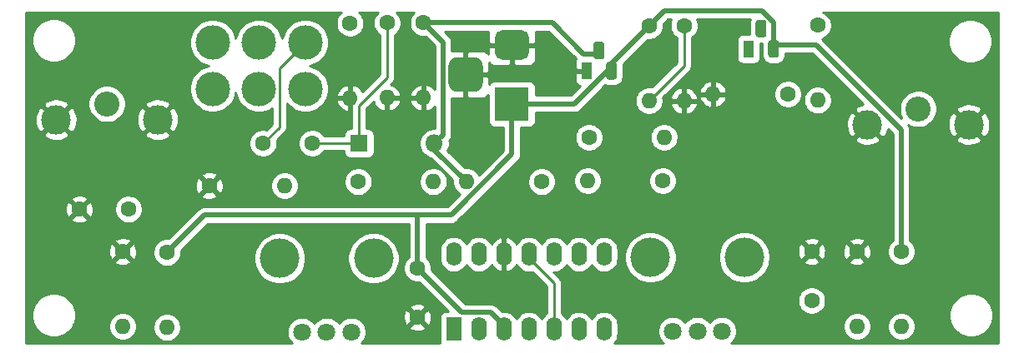
<source format=gbr>
G04 #@! TF.GenerationSoftware,KiCad,Pcbnew,5.1.10*
G04 #@! TF.CreationDate,2021-10-22T12:56:56+13:00*
G04 #@! TF.ProjectId,two_comparator_effect,74776f5f-636f-46d7-9061-7261746f725f,rev?*
G04 #@! TF.SameCoordinates,Original*
G04 #@! TF.FileFunction,Copper,L2,Bot*
G04 #@! TF.FilePolarity,Positive*
%FSLAX46Y46*%
G04 Gerber Fmt 4.6, Leading zero omitted, Abs format (unit mm)*
G04 Created by KiCad (PCBNEW 5.1.10) date 2021-10-22 12:56:56*
%MOMM*%
%LPD*%
G01*
G04 APERTURE LIST*
G04 #@! TA.AperFunction,ComponentPad*
%ADD10O,1.600000X1.600000*%
G04 #@! TD*
G04 #@! TA.AperFunction,ComponentPad*
%ADD11C,1.600000*%
G04 #@! TD*
G04 #@! TA.AperFunction,ComponentPad*
%ADD12C,1.800000*%
G04 #@! TD*
G04 #@! TA.AperFunction,WasherPad*
%ADD13C,4.000000*%
G04 #@! TD*
G04 #@! TA.AperFunction,ComponentPad*
%ADD14R,1.100000X1.800000*%
G04 #@! TD*
G04 #@! TA.AperFunction,ComponentPad*
%ADD15R,1.800000X1.800000*%
G04 #@! TD*
G04 #@! TA.AperFunction,ComponentPad*
%ADD16O,1.800000X1.800000*%
G04 #@! TD*
G04 #@! TA.AperFunction,ComponentPad*
%ADD17R,3.500000X3.500000*%
G04 #@! TD*
G04 #@! TA.AperFunction,ComponentPad*
%ADD18R,1.600000X2.400000*%
G04 #@! TD*
G04 #@! TA.AperFunction,ComponentPad*
%ADD19O,1.600000X2.400000*%
G04 #@! TD*
G04 #@! TA.AperFunction,ComponentPad*
%ADD20C,3.000000*%
G04 #@! TD*
G04 #@! TA.AperFunction,ComponentPad*
%ADD21C,2.550000*%
G04 #@! TD*
G04 #@! TA.AperFunction,ComponentPad*
%ADD22C,3.500000*%
G04 #@! TD*
G04 #@! TA.AperFunction,Conductor*
%ADD23C,0.250000*%
G04 #@! TD*
G04 #@! TA.AperFunction,Conductor*
%ADD24C,0.500000*%
G04 #@! TD*
G04 #@! TA.AperFunction,Conductor*
%ADD25C,0.254000*%
G04 #@! TD*
G04 #@! TA.AperFunction,Conductor*
%ADD26C,0.100000*%
G04 #@! TD*
G04 APERTURE END LIST*
D10*
X147680000Y-62800000D03*
D11*
X155300000Y-62800000D03*
D12*
X156300000Y-78100000D03*
X158800000Y-78100000D03*
X161300000Y-78100000D03*
D13*
X154050000Y-70600000D03*
X163550000Y-70600000D03*
D14*
X147550000Y-51625000D03*
G04 #@! TA.AperFunction,ComponentPad*
G36*
G01*
X149540000Y-52250000D02*
X149540000Y-51000000D01*
G75*
G02*
X149815000Y-50725000I275000J0D01*
G01*
X150365000Y-50725000D01*
G75*
G02*
X150640000Y-51000000I0J-275000D01*
G01*
X150640000Y-52250000D01*
G75*
G02*
X150365000Y-52525000I-275000J0D01*
G01*
X149815000Y-52525000D01*
G75*
G02*
X149540000Y-52250000I0J275000D01*
G01*
G37*
G04 #@! TD.AperFunction*
G04 #@! TA.AperFunction,ComponentPad*
G36*
G01*
X148270000Y-50180000D02*
X148270000Y-48930000D01*
G75*
G02*
X148545000Y-48655000I275000J0D01*
G01*
X149095000Y-48655000D01*
G75*
G02*
X149370000Y-48930000I0J-275000D01*
G01*
X149370000Y-50180000D01*
G75*
G02*
X149095000Y-50455000I-275000J0D01*
G01*
X148545000Y-50455000D01*
G75*
G02*
X148270000Y-50180000I0J275000D01*
G01*
G37*
G04 #@! TD.AperFunction*
X164000000Y-49400000D03*
G04 #@! TA.AperFunction,ComponentPad*
G36*
G01*
X165990000Y-50025000D02*
X165990000Y-48775000D01*
G75*
G02*
X166265000Y-48500000I275000J0D01*
G01*
X166815000Y-48500000D01*
G75*
G02*
X167090000Y-48775000I0J-275000D01*
G01*
X167090000Y-50025000D01*
G75*
G02*
X166815000Y-50300000I-275000J0D01*
G01*
X166265000Y-50300000D01*
G75*
G02*
X165990000Y-50025000I0J275000D01*
G01*
G37*
G04 #@! TD.AperFunction*
G04 #@! TA.AperFunction,ComponentPad*
G36*
G01*
X164720000Y-47955000D02*
X164720000Y-46705000D01*
G75*
G02*
X164995000Y-46430000I275000J0D01*
G01*
X165545000Y-46430000D01*
G75*
G02*
X165820000Y-46705000I0J-275000D01*
G01*
X165820000Y-47955000D01*
G75*
G02*
X165545000Y-48230000I-275000J0D01*
G01*
X164995000Y-48230000D01*
G75*
G02*
X164720000Y-47955000I0J275000D01*
G01*
G37*
G04 #@! TD.AperFunction*
D11*
X96100000Y-65700000D03*
X101100000Y-65700000D03*
X170400000Y-75000000D03*
X170400000Y-70000000D03*
X119750000Y-59000000D03*
X114750000Y-59000000D03*
D15*
X124500000Y-59000000D03*
D16*
X132120000Y-59000000D03*
D17*
X140000000Y-55000000D03*
G04 #@! TA.AperFunction,ComponentPad*
G36*
G01*
X139000000Y-47500000D02*
X141000000Y-47500000D01*
G75*
G02*
X141750000Y-48250000I0J-750000D01*
G01*
X141750000Y-49750000D01*
G75*
G02*
X141000000Y-50500000I-750000J0D01*
G01*
X139000000Y-50500000D01*
G75*
G02*
X138250000Y-49750000I0J750000D01*
G01*
X138250000Y-48250000D01*
G75*
G02*
X139000000Y-47500000I750000J0D01*
G01*
G37*
G04 #@! TD.AperFunction*
G04 #@! TA.AperFunction,ComponentPad*
G36*
G01*
X134425000Y-50250000D02*
X136175000Y-50250000D01*
G75*
G02*
X137050000Y-51125000I0J-875000D01*
G01*
X137050000Y-52875000D01*
G75*
G02*
X136175000Y-53750000I-875000J0D01*
G01*
X134425000Y-53750000D01*
G75*
G02*
X133550000Y-52875000I0J875000D01*
G01*
X133550000Y-51125000D01*
G75*
G02*
X134425000Y-50250000I875000J0D01*
G01*
G37*
G04 #@! TD.AperFunction*
D11*
X105000000Y-70100000D03*
D10*
X105000000Y-77720000D03*
X153900000Y-54670000D03*
D11*
X153900000Y-47050000D03*
X147800000Y-58400000D03*
D10*
X155420000Y-58400000D03*
X100500000Y-77620000D03*
D11*
X100500000Y-70000000D03*
D10*
X179500000Y-77620000D03*
D11*
X179500000Y-70000000D03*
X175000000Y-70000000D03*
D10*
X175000000Y-77620000D03*
D11*
X123575000Y-46775000D03*
D10*
X123575000Y-54395000D03*
X127325000Y-54370000D03*
D11*
X127325000Y-46750000D03*
D10*
X171000000Y-54620000D03*
D11*
X171000000Y-47000000D03*
X168000000Y-54000000D03*
D10*
X160380000Y-54000000D03*
D11*
X143000000Y-62900000D03*
D10*
X135380000Y-62900000D03*
D11*
X124400000Y-62900000D03*
D10*
X132020000Y-62900000D03*
X157450000Y-54670000D03*
D11*
X157450000Y-47050000D03*
D10*
X116920000Y-63300000D03*
D11*
X109300000Y-63300000D03*
X131025000Y-46750000D03*
D10*
X131025000Y-54370000D03*
D13*
X125950000Y-70700000D03*
X116450000Y-70700000D03*
D12*
X123700000Y-78200000D03*
X121200000Y-78200000D03*
X118700000Y-78200000D03*
D11*
X130400000Y-71700000D03*
X130400000Y-76700000D03*
D18*
X134100000Y-77900000D03*
D19*
X149340000Y-70280000D03*
X136640000Y-77900000D03*
X146800000Y-70280000D03*
X139180000Y-77900000D03*
X144260000Y-70280000D03*
X141720000Y-77900000D03*
X141720000Y-70280000D03*
X144260000Y-77900000D03*
X139180000Y-70280000D03*
X146800000Y-77900000D03*
X136640000Y-70280000D03*
X149340000Y-77900000D03*
X134100000Y-70280000D03*
D20*
X93750000Y-56600000D03*
X104050000Y-56600000D03*
D21*
X98900000Y-55000000D03*
X181200000Y-55500000D03*
D20*
X186350000Y-57100000D03*
X176050000Y-57100000D03*
D22*
X109625000Y-48750000D03*
X114325000Y-48750000D03*
X119025000Y-48750000D03*
X109625000Y-53450000D03*
X119025000Y-53450000D03*
X114325000Y-53450000D03*
D23*
X141720000Y-70680000D02*
X141720000Y-70280000D01*
X144260000Y-73220000D02*
X141720000Y-70680000D01*
X144260000Y-77900000D02*
X144260000Y-73220000D01*
X119750000Y-59000000D02*
X124500000Y-59000000D01*
X127325000Y-52310002D02*
X127325000Y-46750000D01*
X124500000Y-55135002D02*
X127325000Y-52310002D01*
X124500000Y-59000000D02*
X124500000Y-55135002D01*
D24*
X132120000Y-59640000D02*
X132120000Y-59000000D01*
X135380000Y-62900000D02*
X132120000Y-59640000D01*
X148820000Y-49955000D02*
X147280000Y-49955000D01*
X144075000Y-46750000D02*
X131025000Y-46750000D01*
X147280000Y-49955000D02*
X144075000Y-46750000D01*
X133019999Y-48744999D02*
X131025000Y-46750000D01*
X133019999Y-58100001D02*
X133019999Y-48744999D01*
X132120000Y-59000000D02*
X133019999Y-58100001D01*
X140000000Y-55000000D02*
X140000000Y-56200000D01*
X179500000Y-57663998D02*
X179500000Y-68868630D01*
X179500000Y-68868630D02*
X179500000Y-70000000D01*
X170836002Y-49000000D02*
X179500000Y-57663998D01*
X166540000Y-49000000D02*
X170836002Y-49000000D01*
X166540000Y-46674680D02*
X166540000Y-47750000D01*
X166540000Y-47750000D02*
X166540000Y-49000000D01*
X165365320Y-45500000D02*
X166540000Y-46674680D01*
X140000000Y-60130002D02*
X133830002Y-66300000D01*
X108800000Y-66300000D02*
X105000000Y-70100000D01*
X140000000Y-55000000D02*
X140000000Y-60130002D01*
X130400000Y-66400000D02*
X130400000Y-71700000D01*
X130500000Y-66300000D02*
X130400000Y-66400000D01*
X133830002Y-66300000D02*
X130500000Y-66300000D01*
X130500000Y-66300000D02*
X108800000Y-66300000D01*
X131199999Y-72499999D02*
X130400000Y-71700000D01*
X137880000Y-76200000D02*
X134900000Y-76200000D01*
X134900000Y-76200000D02*
X131199999Y-72499999D01*
X139180000Y-77500000D02*
X137880000Y-76200000D01*
X139180000Y-77900000D02*
X139180000Y-77500000D01*
X146315000Y-55000000D02*
X150090000Y-51225000D01*
X140000000Y-55000000D02*
X146315000Y-55000000D01*
X150090000Y-50860000D02*
X153900000Y-47050000D01*
X150090000Y-51225000D02*
X150090000Y-50860000D01*
X155450000Y-45500000D02*
X165365320Y-45500000D01*
X153900000Y-47050000D02*
X155450000Y-45500000D01*
D23*
X157450000Y-51120000D02*
X153900000Y-54670000D01*
X157450000Y-47050000D02*
X157450000Y-51120000D01*
X116400001Y-57349999D02*
X116400001Y-51374999D01*
X116400001Y-51374999D02*
X119025000Y-48750000D01*
X114750000Y-59000000D02*
X116400001Y-57349999D01*
D25*
X189340001Y-79340000D02*
X162207135Y-79340000D01*
X162278505Y-79292312D01*
X162492312Y-79078505D01*
X162660299Y-78827095D01*
X162776011Y-78547743D01*
X162835000Y-78251184D01*
X162835000Y-77948816D01*
X162776011Y-77652257D01*
X162704107Y-77478665D01*
X173565000Y-77478665D01*
X173565000Y-77761335D01*
X173620147Y-78038574D01*
X173728320Y-78299727D01*
X173885363Y-78534759D01*
X174085241Y-78734637D01*
X174320273Y-78891680D01*
X174581426Y-78999853D01*
X174858665Y-79055000D01*
X175141335Y-79055000D01*
X175418574Y-78999853D01*
X175679727Y-78891680D01*
X175914759Y-78734637D01*
X176114637Y-78534759D01*
X176271680Y-78299727D01*
X176379853Y-78038574D01*
X176435000Y-77761335D01*
X176435000Y-77478665D01*
X178065000Y-77478665D01*
X178065000Y-77761335D01*
X178120147Y-78038574D01*
X178228320Y-78299727D01*
X178385363Y-78534759D01*
X178585241Y-78734637D01*
X178820273Y-78891680D01*
X179081426Y-78999853D01*
X179358665Y-79055000D01*
X179641335Y-79055000D01*
X179918574Y-78999853D01*
X180179727Y-78891680D01*
X180414759Y-78734637D01*
X180614637Y-78534759D01*
X180771680Y-78299727D01*
X180879853Y-78038574D01*
X180935000Y-77761335D01*
X180935000Y-77478665D01*
X180879853Y-77201426D01*
X180771680Y-76940273D01*
X180614637Y-76705241D01*
X180414759Y-76505363D01*
X180179727Y-76348320D01*
X180014479Y-76279872D01*
X184365000Y-76279872D01*
X184365000Y-76720128D01*
X184450890Y-77151925D01*
X184619369Y-77558669D01*
X184863962Y-77924729D01*
X185175271Y-78236038D01*
X185541331Y-78480631D01*
X185948075Y-78649110D01*
X186379872Y-78735000D01*
X186820128Y-78735000D01*
X187251925Y-78649110D01*
X187658669Y-78480631D01*
X188024729Y-78236038D01*
X188336038Y-77924729D01*
X188580631Y-77558669D01*
X188749110Y-77151925D01*
X188835000Y-76720128D01*
X188835000Y-76279872D01*
X188749110Y-75848075D01*
X188580631Y-75441331D01*
X188336038Y-75075271D01*
X188024729Y-74763962D01*
X187658669Y-74519369D01*
X187251925Y-74350890D01*
X186820128Y-74265000D01*
X186379872Y-74265000D01*
X185948075Y-74350890D01*
X185541331Y-74519369D01*
X185175271Y-74763962D01*
X184863962Y-75075271D01*
X184619369Y-75441331D01*
X184450890Y-75848075D01*
X184365000Y-76279872D01*
X180014479Y-76279872D01*
X179918574Y-76240147D01*
X179641335Y-76185000D01*
X179358665Y-76185000D01*
X179081426Y-76240147D01*
X178820273Y-76348320D01*
X178585241Y-76505363D01*
X178385363Y-76705241D01*
X178228320Y-76940273D01*
X178120147Y-77201426D01*
X178065000Y-77478665D01*
X176435000Y-77478665D01*
X176379853Y-77201426D01*
X176271680Y-76940273D01*
X176114637Y-76705241D01*
X175914759Y-76505363D01*
X175679727Y-76348320D01*
X175418574Y-76240147D01*
X175141335Y-76185000D01*
X174858665Y-76185000D01*
X174581426Y-76240147D01*
X174320273Y-76348320D01*
X174085241Y-76505363D01*
X173885363Y-76705241D01*
X173728320Y-76940273D01*
X173620147Y-77201426D01*
X173565000Y-77478665D01*
X162704107Y-77478665D01*
X162660299Y-77372905D01*
X162492312Y-77121495D01*
X162278505Y-76907688D01*
X162027095Y-76739701D01*
X161747743Y-76623989D01*
X161451184Y-76565000D01*
X161148816Y-76565000D01*
X160852257Y-76623989D01*
X160572905Y-76739701D01*
X160321495Y-76907688D01*
X160107688Y-77121495D01*
X160050000Y-77207831D01*
X159992312Y-77121495D01*
X159778505Y-76907688D01*
X159527095Y-76739701D01*
X159247743Y-76623989D01*
X158951184Y-76565000D01*
X158648816Y-76565000D01*
X158352257Y-76623989D01*
X158072905Y-76739701D01*
X157821495Y-76907688D01*
X157607688Y-77121495D01*
X157550000Y-77207831D01*
X157492312Y-77121495D01*
X157278505Y-76907688D01*
X157027095Y-76739701D01*
X156747743Y-76623989D01*
X156451184Y-76565000D01*
X156148816Y-76565000D01*
X155852257Y-76623989D01*
X155572905Y-76739701D01*
X155321495Y-76907688D01*
X155107688Y-77121495D01*
X154939701Y-77372905D01*
X154823989Y-77652257D01*
X154765000Y-77948816D01*
X154765000Y-78251184D01*
X154823989Y-78547743D01*
X154939701Y-78827095D01*
X155107688Y-79078505D01*
X155321495Y-79292312D01*
X155392865Y-79340000D01*
X150334760Y-79340000D01*
X150359608Y-79319608D01*
X150538932Y-79101101D01*
X150672182Y-78851808D01*
X150754236Y-78581309D01*
X150775000Y-78370491D01*
X150775000Y-77429508D01*
X150754236Y-77218691D01*
X150672182Y-76948192D01*
X150538932Y-76698899D01*
X150359607Y-76480392D01*
X150141100Y-76301068D01*
X149891807Y-76167818D01*
X149621308Y-76085764D01*
X149340000Y-76058057D01*
X149058691Y-76085764D01*
X148788192Y-76167818D01*
X148538899Y-76301068D01*
X148320392Y-76480393D01*
X148141068Y-76698900D01*
X148070000Y-76831858D01*
X147998932Y-76698899D01*
X147819607Y-76480392D01*
X147601100Y-76301068D01*
X147351807Y-76167818D01*
X147081308Y-76085764D01*
X146800000Y-76058057D01*
X146518691Y-76085764D01*
X146248192Y-76167818D01*
X145998899Y-76301068D01*
X145780392Y-76480393D01*
X145601068Y-76698900D01*
X145530000Y-76831858D01*
X145458932Y-76698899D01*
X145279607Y-76480392D01*
X145061100Y-76301068D01*
X145020000Y-76279100D01*
X145020000Y-74858665D01*
X168965000Y-74858665D01*
X168965000Y-75141335D01*
X169020147Y-75418574D01*
X169128320Y-75679727D01*
X169285363Y-75914759D01*
X169485241Y-76114637D01*
X169720273Y-76271680D01*
X169981426Y-76379853D01*
X170258665Y-76435000D01*
X170541335Y-76435000D01*
X170818574Y-76379853D01*
X171079727Y-76271680D01*
X171314759Y-76114637D01*
X171514637Y-75914759D01*
X171671680Y-75679727D01*
X171779853Y-75418574D01*
X171835000Y-75141335D01*
X171835000Y-74858665D01*
X171779853Y-74581426D01*
X171671680Y-74320273D01*
X171514637Y-74085241D01*
X171314759Y-73885363D01*
X171079727Y-73728320D01*
X170818574Y-73620147D01*
X170541335Y-73565000D01*
X170258665Y-73565000D01*
X169981426Y-73620147D01*
X169720273Y-73728320D01*
X169485241Y-73885363D01*
X169285363Y-74085241D01*
X169128320Y-74320273D01*
X169020147Y-74581426D01*
X168965000Y-74858665D01*
X145020000Y-74858665D01*
X145020000Y-73257322D01*
X145023676Y-73219999D01*
X145020000Y-73182676D01*
X145020000Y-73182667D01*
X145009003Y-73071014D01*
X144965546Y-72927753D01*
X144894974Y-72795724D01*
X144881811Y-72779685D01*
X144823799Y-72708996D01*
X144823795Y-72708992D01*
X144800001Y-72679999D01*
X144771008Y-72656205D01*
X144234205Y-72119402D01*
X144260000Y-72121943D01*
X144541309Y-72094236D01*
X144811808Y-72012182D01*
X145061101Y-71878932D01*
X145279608Y-71699608D01*
X145458932Y-71481101D01*
X145530000Y-71348142D01*
X145601068Y-71481101D01*
X145780393Y-71699608D01*
X145998900Y-71878932D01*
X146248193Y-72012182D01*
X146518692Y-72094236D01*
X146800000Y-72121943D01*
X147081309Y-72094236D01*
X147351808Y-72012182D01*
X147601101Y-71878932D01*
X147819608Y-71699608D01*
X147998932Y-71481101D01*
X148070000Y-71348142D01*
X148141068Y-71481101D01*
X148320393Y-71699608D01*
X148538900Y-71878932D01*
X148788193Y-72012182D01*
X149058692Y-72094236D01*
X149340000Y-72121943D01*
X149621309Y-72094236D01*
X149891808Y-72012182D01*
X150141101Y-71878932D01*
X150359608Y-71699608D01*
X150538932Y-71481101D01*
X150672182Y-71231808D01*
X150754236Y-70961309D01*
X150775000Y-70750491D01*
X150775000Y-70340475D01*
X151415000Y-70340475D01*
X151415000Y-70859525D01*
X151516261Y-71368601D01*
X151714893Y-71848141D01*
X152003262Y-72279715D01*
X152370285Y-72646738D01*
X152801859Y-72935107D01*
X153281399Y-73133739D01*
X153790475Y-73235000D01*
X154309525Y-73235000D01*
X154818601Y-73133739D01*
X155298141Y-72935107D01*
X155729715Y-72646738D01*
X156096738Y-72279715D01*
X156385107Y-71848141D01*
X156583739Y-71368601D01*
X156685000Y-70859525D01*
X156685000Y-70340475D01*
X160915000Y-70340475D01*
X160915000Y-70859525D01*
X161016261Y-71368601D01*
X161214893Y-71848141D01*
X161503262Y-72279715D01*
X161870285Y-72646738D01*
X162301859Y-72935107D01*
X162781399Y-73133739D01*
X163290475Y-73235000D01*
X163809525Y-73235000D01*
X164318601Y-73133739D01*
X164798141Y-72935107D01*
X165229715Y-72646738D01*
X165596738Y-72279715D01*
X165885107Y-71848141D01*
X166083739Y-71368601D01*
X166158509Y-70992702D01*
X169586903Y-70992702D01*
X169658486Y-71236671D01*
X169913996Y-71357571D01*
X170188184Y-71426300D01*
X170470512Y-71440217D01*
X170750130Y-71398787D01*
X171016292Y-71303603D01*
X171141514Y-71236671D01*
X171213097Y-70992702D01*
X174186903Y-70992702D01*
X174258486Y-71236671D01*
X174513996Y-71357571D01*
X174788184Y-71426300D01*
X175070512Y-71440217D01*
X175350130Y-71398787D01*
X175616292Y-71303603D01*
X175741514Y-71236671D01*
X175813097Y-70992702D01*
X175000000Y-70179605D01*
X174186903Y-70992702D01*
X171213097Y-70992702D01*
X170400000Y-70179605D01*
X169586903Y-70992702D01*
X166158509Y-70992702D01*
X166185000Y-70859525D01*
X166185000Y-70340475D01*
X166131302Y-70070512D01*
X168959783Y-70070512D01*
X169001213Y-70350130D01*
X169096397Y-70616292D01*
X169163329Y-70741514D01*
X169407298Y-70813097D01*
X170220395Y-70000000D01*
X170579605Y-70000000D01*
X171392702Y-70813097D01*
X171636671Y-70741514D01*
X171757571Y-70486004D01*
X171826300Y-70211816D01*
X171833265Y-70070512D01*
X173559783Y-70070512D01*
X173601213Y-70350130D01*
X173696397Y-70616292D01*
X173763329Y-70741514D01*
X174007298Y-70813097D01*
X174820395Y-70000000D01*
X175179605Y-70000000D01*
X175992702Y-70813097D01*
X176236671Y-70741514D01*
X176357571Y-70486004D01*
X176426300Y-70211816D01*
X176440217Y-69929488D01*
X176398787Y-69649870D01*
X176303603Y-69383708D01*
X176236671Y-69258486D01*
X175992702Y-69186903D01*
X175179605Y-70000000D01*
X174820395Y-70000000D01*
X174007298Y-69186903D01*
X173763329Y-69258486D01*
X173642429Y-69513996D01*
X173573700Y-69788184D01*
X173559783Y-70070512D01*
X171833265Y-70070512D01*
X171840217Y-69929488D01*
X171798787Y-69649870D01*
X171703603Y-69383708D01*
X171636671Y-69258486D01*
X171392702Y-69186903D01*
X170579605Y-70000000D01*
X170220395Y-70000000D01*
X169407298Y-69186903D01*
X169163329Y-69258486D01*
X169042429Y-69513996D01*
X168973700Y-69788184D01*
X168959783Y-70070512D01*
X166131302Y-70070512D01*
X166083739Y-69831399D01*
X165885107Y-69351859D01*
X165654879Y-69007298D01*
X169586903Y-69007298D01*
X170400000Y-69820395D01*
X171213097Y-69007298D01*
X174186903Y-69007298D01*
X175000000Y-69820395D01*
X175813097Y-69007298D01*
X175741514Y-68763329D01*
X175486004Y-68642429D01*
X175211816Y-68573700D01*
X174929488Y-68559783D01*
X174649870Y-68601213D01*
X174383708Y-68696397D01*
X174258486Y-68763329D01*
X174186903Y-69007298D01*
X171213097Y-69007298D01*
X171141514Y-68763329D01*
X170886004Y-68642429D01*
X170611816Y-68573700D01*
X170329488Y-68559783D01*
X170049870Y-68601213D01*
X169783708Y-68696397D01*
X169658486Y-68763329D01*
X169586903Y-69007298D01*
X165654879Y-69007298D01*
X165596738Y-68920285D01*
X165229715Y-68553262D01*
X164798141Y-68264893D01*
X164318601Y-68066261D01*
X163809525Y-67965000D01*
X163290475Y-67965000D01*
X162781399Y-68066261D01*
X162301859Y-68264893D01*
X161870285Y-68553262D01*
X161503262Y-68920285D01*
X161214893Y-69351859D01*
X161016261Y-69831399D01*
X160915000Y-70340475D01*
X156685000Y-70340475D01*
X156583739Y-69831399D01*
X156385107Y-69351859D01*
X156096738Y-68920285D01*
X155729715Y-68553262D01*
X155298141Y-68264893D01*
X154818601Y-68066261D01*
X154309525Y-67965000D01*
X153790475Y-67965000D01*
X153281399Y-68066261D01*
X152801859Y-68264893D01*
X152370285Y-68553262D01*
X152003262Y-68920285D01*
X151714893Y-69351859D01*
X151516261Y-69831399D01*
X151415000Y-70340475D01*
X150775000Y-70340475D01*
X150775000Y-69809508D01*
X150754236Y-69598691D01*
X150672182Y-69328192D01*
X150538932Y-69078899D01*
X150359607Y-68860392D01*
X150141100Y-68681068D01*
X149891807Y-68547818D01*
X149621308Y-68465764D01*
X149340000Y-68438057D01*
X149058691Y-68465764D01*
X148788192Y-68547818D01*
X148538899Y-68681068D01*
X148320392Y-68860393D01*
X148141068Y-69078900D01*
X148070000Y-69211858D01*
X147998932Y-69078899D01*
X147819607Y-68860392D01*
X147601100Y-68681068D01*
X147351807Y-68547818D01*
X147081308Y-68465764D01*
X146800000Y-68438057D01*
X146518691Y-68465764D01*
X146248192Y-68547818D01*
X145998899Y-68681068D01*
X145780392Y-68860393D01*
X145601068Y-69078900D01*
X145530000Y-69211858D01*
X145458932Y-69078899D01*
X145279607Y-68860392D01*
X145061100Y-68681068D01*
X144811807Y-68547818D01*
X144541308Y-68465764D01*
X144260000Y-68438057D01*
X143978691Y-68465764D01*
X143708192Y-68547818D01*
X143458899Y-68681068D01*
X143240392Y-68860393D01*
X143061068Y-69078900D01*
X142990000Y-69211858D01*
X142918932Y-69078899D01*
X142739607Y-68860392D01*
X142521100Y-68681068D01*
X142271807Y-68547818D01*
X142001308Y-68465764D01*
X141720000Y-68438057D01*
X141438691Y-68465764D01*
X141168192Y-68547818D01*
X140918899Y-68681068D01*
X140700392Y-68860393D01*
X140521068Y-69078900D01*
X140452735Y-69206742D01*
X140302601Y-68977161D01*
X140104895Y-68775500D01*
X139871646Y-68616285D01*
X139611818Y-68505633D01*
X139529039Y-68488096D01*
X139307000Y-68610085D01*
X139307000Y-70153000D01*
X139327000Y-70153000D01*
X139327000Y-70407000D01*
X139307000Y-70407000D01*
X139307000Y-71949915D01*
X139529039Y-72071904D01*
X139611818Y-72054367D01*
X139871646Y-71943715D01*
X140104895Y-71784500D01*
X140302601Y-71582839D01*
X140452735Y-71353259D01*
X140521068Y-71481101D01*
X140700393Y-71699608D01*
X140918900Y-71878932D01*
X141168193Y-72012182D01*
X141438692Y-72094236D01*
X141720000Y-72121943D01*
X142001309Y-72094236D01*
X142045906Y-72080708D01*
X143500001Y-73534804D01*
X143500000Y-76279099D01*
X143458899Y-76301068D01*
X143240392Y-76480393D01*
X143061068Y-76698900D01*
X142990000Y-76831858D01*
X142918932Y-76698899D01*
X142739607Y-76480392D01*
X142521100Y-76301068D01*
X142271807Y-76167818D01*
X142001308Y-76085764D01*
X141720000Y-76058057D01*
X141438691Y-76085764D01*
X141168192Y-76167818D01*
X140918899Y-76301068D01*
X140700392Y-76480393D01*
X140521068Y-76698900D01*
X140450000Y-76831858D01*
X140378932Y-76698899D01*
X140199607Y-76480392D01*
X139981100Y-76301068D01*
X139731807Y-76167818D01*
X139461308Y-76085764D01*
X139180000Y-76058057D01*
X139006704Y-76075125D01*
X138536534Y-75604956D01*
X138508817Y-75571183D01*
X138374059Y-75460589D01*
X138220313Y-75378411D01*
X138053490Y-75327805D01*
X137923477Y-75315000D01*
X137923469Y-75315000D01*
X137880000Y-75310719D01*
X137836531Y-75315000D01*
X135266579Y-75315000D01*
X131828017Y-71876438D01*
X131835000Y-71841335D01*
X131835000Y-71558665D01*
X131779853Y-71281426D01*
X131671680Y-71020273D01*
X131514637Y-70785241D01*
X131314759Y-70585363D01*
X131285000Y-70565479D01*
X131285000Y-69809509D01*
X132665000Y-69809509D01*
X132665000Y-70750492D01*
X132685764Y-70961309D01*
X132767818Y-71231808D01*
X132901068Y-71481101D01*
X133080393Y-71699608D01*
X133298900Y-71878932D01*
X133548193Y-72012182D01*
X133818692Y-72094236D01*
X134100000Y-72121943D01*
X134381309Y-72094236D01*
X134651808Y-72012182D01*
X134901101Y-71878932D01*
X135119608Y-71699608D01*
X135298932Y-71481101D01*
X135370000Y-71348142D01*
X135441068Y-71481101D01*
X135620393Y-71699608D01*
X135838900Y-71878932D01*
X136088193Y-72012182D01*
X136358692Y-72094236D01*
X136640000Y-72121943D01*
X136921309Y-72094236D01*
X137191808Y-72012182D01*
X137441101Y-71878932D01*
X137659608Y-71699608D01*
X137838932Y-71481101D01*
X137907265Y-71353259D01*
X138057399Y-71582839D01*
X138255105Y-71784500D01*
X138488354Y-71943715D01*
X138748182Y-72054367D01*
X138830961Y-72071904D01*
X139053000Y-71949915D01*
X139053000Y-70407000D01*
X139033000Y-70407000D01*
X139033000Y-70153000D01*
X139053000Y-70153000D01*
X139053000Y-68610085D01*
X138830961Y-68488096D01*
X138748182Y-68505633D01*
X138488354Y-68616285D01*
X138255105Y-68775500D01*
X138057399Y-68977161D01*
X137907265Y-69206741D01*
X137838932Y-69078899D01*
X137659607Y-68860392D01*
X137441100Y-68681068D01*
X137191807Y-68547818D01*
X136921308Y-68465764D01*
X136640000Y-68438057D01*
X136358691Y-68465764D01*
X136088192Y-68547818D01*
X135838899Y-68681068D01*
X135620392Y-68860393D01*
X135441068Y-69078900D01*
X135370000Y-69211858D01*
X135298932Y-69078899D01*
X135119607Y-68860392D01*
X134901100Y-68681068D01*
X134651807Y-68547818D01*
X134381308Y-68465764D01*
X134100000Y-68438057D01*
X133818691Y-68465764D01*
X133548192Y-68547818D01*
X133298899Y-68681068D01*
X133080392Y-68860393D01*
X132901068Y-69078900D01*
X132767818Y-69328193D01*
X132685764Y-69598692D01*
X132665000Y-69809509D01*
X131285000Y-69809509D01*
X131285000Y-67185000D01*
X133786533Y-67185000D01*
X133830002Y-67189281D01*
X133873471Y-67185000D01*
X133873479Y-67185000D01*
X134003492Y-67172195D01*
X134170315Y-67121589D01*
X134324061Y-67039411D01*
X134458819Y-66928817D01*
X134486536Y-66895044D01*
X138622915Y-62758665D01*
X141565000Y-62758665D01*
X141565000Y-63041335D01*
X141620147Y-63318574D01*
X141728320Y-63579727D01*
X141885363Y-63814759D01*
X142085241Y-64014637D01*
X142320273Y-64171680D01*
X142581426Y-64279853D01*
X142858665Y-64335000D01*
X143141335Y-64335000D01*
X143418574Y-64279853D01*
X143679727Y-64171680D01*
X143914759Y-64014637D01*
X144114637Y-63814759D01*
X144271680Y-63579727D01*
X144379853Y-63318574D01*
X144435000Y-63041335D01*
X144435000Y-62758665D01*
X144415109Y-62658665D01*
X146245000Y-62658665D01*
X146245000Y-62941335D01*
X146300147Y-63218574D01*
X146408320Y-63479727D01*
X146565363Y-63714759D01*
X146765241Y-63914637D01*
X147000273Y-64071680D01*
X147261426Y-64179853D01*
X147538665Y-64235000D01*
X147821335Y-64235000D01*
X148098574Y-64179853D01*
X148359727Y-64071680D01*
X148594759Y-63914637D01*
X148794637Y-63714759D01*
X148951680Y-63479727D01*
X149059853Y-63218574D01*
X149115000Y-62941335D01*
X149115000Y-62658665D01*
X153865000Y-62658665D01*
X153865000Y-62941335D01*
X153920147Y-63218574D01*
X154028320Y-63479727D01*
X154185363Y-63714759D01*
X154385241Y-63914637D01*
X154620273Y-64071680D01*
X154881426Y-64179853D01*
X155158665Y-64235000D01*
X155441335Y-64235000D01*
X155718574Y-64179853D01*
X155979727Y-64071680D01*
X156214759Y-63914637D01*
X156414637Y-63714759D01*
X156571680Y-63479727D01*
X156679853Y-63218574D01*
X156735000Y-62941335D01*
X156735000Y-62658665D01*
X156679853Y-62381426D01*
X156571680Y-62120273D01*
X156414637Y-61885241D01*
X156214759Y-61685363D01*
X155979727Y-61528320D01*
X155718574Y-61420147D01*
X155441335Y-61365000D01*
X155158665Y-61365000D01*
X154881426Y-61420147D01*
X154620273Y-61528320D01*
X154385241Y-61685363D01*
X154185363Y-61885241D01*
X154028320Y-62120273D01*
X153920147Y-62381426D01*
X153865000Y-62658665D01*
X149115000Y-62658665D01*
X149059853Y-62381426D01*
X148951680Y-62120273D01*
X148794637Y-61885241D01*
X148594759Y-61685363D01*
X148359727Y-61528320D01*
X148098574Y-61420147D01*
X147821335Y-61365000D01*
X147538665Y-61365000D01*
X147261426Y-61420147D01*
X147000273Y-61528320D01*
X146765241Y-61685363D01*
X146565363Y-61885241D01*
X146408320Y-62120273D01*
X146300147Y-62381426D01*
X146245000Y-62658665D01*
X144415109Y-62658665D01*
X144379853Y-62481426D01*
X144271680Y-62220273D01*
X144114637Y-61985241D01*
X143914759Y-61785363D01*
X143679727Y-61628320D01*
X143418574Y-61520147D01*
X143141335Y-61465000D01*
X142858665Y-61465000D01*
X142581426Y-61520147D01*
X142320273Y-61628320D01*
X142085241Y-61785363D01*
X141885363Y-61985241D01*
X141728320Y-62220273D01*
X141620147Y-62481426D01*
X141565000Y-62758665D01*
X138622915Y-62758665D01*
X140595049Y-60786532D01*
X140628817Y-60758819D01*
X140739411Y-60624061D01*
X140821589Y-60470315D01*
X140872195Y-60303492D01*
X140885000Y-60173479D01*
X140885000Y-60173471D01*
X140889281Y-60130002D01*
X140885000Y-60086533D01*
X140885000Y-58258665D01*
X146365000Y-58258665D01*
X146365000Y-58541335D01*
X146420147Y-58818574D01*
X146528320Y-59079727D01*
X146685363Y-59314759D01*
X146885241Y-59514637D01*
X147120273Y-59671680D01*
X147381426Y-59779853D01*
X147658665Y-59835000D01*
X147941335Y-59835000D01*
X148218574Y-59779853D01*
X148479727Y-59671680D01*
X148714759Y-59514637D01*
X148914637Y-59314759D01*
X149071680Y-59079727D01*
X149179853Y-58818574D01*
X149235000Y-58541335D01*
X149235000Y-58258665D01*
X153985000Y-58258665D01*
X153985000Y-58541335D01*
X154040147Y-58818574D01*
X154148320Y-59079727D01*
X154305363Y-59314759D01*
X154505241Y-59514637D01*
X154740273Y-59671680D01*
X155001426Y-59779853D01*
X155278665Y-59835000D01*
X155561335Y-59835000D01*
X155838574Y-59779853D01*
X156099727Y-59671680D01*
X156334759Y-59514637D01*
X156534637Y-59314759D01*
X156691680Y-59079727D01*
X156799853Y-58818574D01*
X156844990Y-58591653D01*
X174737952Y-58591653D01*
X174893962Y-58907214D01*
X175268745Y-59098020D01*
X175673551Y-59212044D01*
X176092824Y-59244902D01*
X176510451Y-59195334D01*
X176910383Y-59065243D01*
X177206038Y-58907214D01*
X177362048Y-58591653D01*
X176050000Y-57279605D01*
X174737952Y-58591653D01*
X156844990Y-58591653D01*
X156855000Y-58541335D01*
X156855000Y-58258665D01*
X156799853Y-57981426D01*
X156691680Y-57720273D01*
X156534637Y-57485241D01*
X156334759Y-57285363D01*
X156121434Y-57142824D01*
X173905098Y-57142824D01*
X173954666Y-57560451D01*
X174084757Y-57960383D01*
X174242786Y-58256038D01*
X174558347Y-58412048D01*
X175870395Y-57100000D01*
X174558347Y-55787952D01*
X174242786Y-55943962D01*
X174051980Y-56318745D01*
X173937956Y-56723551D01*
X173905098Y-57142824D01*
X156121434Y-57142824D01*
X156099727Y-57128320D01*
X155838574Y-57020147D01*
X155561335Y-56965000D01*
X155278665Y-56965000D01*
X155001426Y-57020147D01*
X154740273Y-57128320D01*
X154505241Y-57285363D01*
X154305363Y-57485241D01*
X154148320Y-57720273D01*
X154040147Y-57981426D01*
X153985000Y-58258665D01*
X149235000Y-58258665D01*
X149179853Y-57981426D01*
X149071680Y-57720273D01*
X148914637Y-57485241D01*
X148714759Y-57285363D01*
X148479727Y-57128320D01*
X148218574Y-57020147D01*
X147941335Y-56965000D01*
X147658665Y-56965000D01*
X147381426Y-57020147D01*
X147120273Y-57128320D01*
X146885241Y-57285363D01*
X146685363Y-57485241D01*
X146528320Y-57720273D01*
X146420147Y-57981426D01*
X146365000Y-58258665D01*
X140885000Y-58258665D01*
X140885000Y-57388072D01*
X141750000Y-57388072D01*
X141874482Y-57375812D01*
X141994180Y-57339502D01*
X142104494Y-57280537D01*
X142201185Y-57201185D01*
X142280537Y-57104494D01*
X142339502Y-56994180D01*
X142375812Y-56874482D01*
X142388072Y-56750000D01*
X142388072Y-55885000D01*
X146271531Y-55885000D01*
X146315000Y-55889281D01*
X146358469Y-55885000D01*
X146358477Y-55885000D01*
X146488490Y-55872195D01*
X146655313Y-55821589D01*
X146809059Y-55739411D01*
X146943817Y-55628817D01*
X146971534Y-55595044D01*
X149471281Y-53095298D01*
X149636868Y-53145528D01*
X149815000Y-53163072D01*
X150365000Y-53163072D01*
X150543132Y-53145528D01*
X150714418Y-53093569D01*
X150872276Y-53009192D01*
X151010639Y-52895639D01*
X151124192Y-52757276D01*
X151208569Y-52599418D01*
X151260528Y-52428132D01*
X151278072Y-52250000D01*
X151278072Y-51000000D01*
X151271214Y-50930364D01*
X153723561Y-48478017D01*
X153758665Y-48485000D01*
X154041335Y-48485000D01*
X154318574Y-48429853D01*
X154579727Y-48321680D01*
X154814759Y-48164637D01*
X155014637Y-47964759D01*
X155171680Y-47729727D01*
X155279853Y-47468574D01*
X155335000Y-47191335D01*
X155335000Y-46908665D01*
X155328017Y-46873561D01*
X155816579Y-46385000D01*
X156172220Y-46385000D01*
X156070147Y-46631426D01*
X156015000Y-46908665D01*
X156015000Y-47191335D01*
X156070147Y-47468574D01*
X156178320Y-47729727D01*
X156335363Y-47964759D01*
X156535241Y-48164637D01*
X156690000Y-48268044D01*
X156690001Y-50805197D01*
X154223887Y-53271312D01*
X154041335Y-53235000D01*
X153758665Y-53235000D01*
X153481426Y-53290147D01*
X153220273Y-53398320D01*
X152985241Y-53555363D01*
X152785363Y-53755241D01*
X152628320Y-53990273D01*
X152520147Y-54251426D01*
X152465000Y-54528665D01*
X152465000Y-54811335D01*
X152520147Y-55088574D01*
X152628320Y-55349727D01*
X152785363Y-55584759D01*
X152985241Y-55784637D01*
X153220273Y-55941680D01*
X153481426Y-56049853D01*
X153758665Y-56105000D01*
X154041335Y-56105000D01*
X154318574Y-56049853D01*
X154579727Y-55941680D01*
X154814759Y-55784637D01*
X155014637Y-55584759D01*
X155171680Y-55349727D01*
X155279853Y-55088574D01*
X155293684Y-55019040D01*
X156058091Y-55019040D01*
X156152930Y-55283881D01*
X156297615Y-55525131D01*
X156486586Y-55733519D01*
X156712580Y-55901037D01*
X156966913Y-56021246D01*
X157100961Y-56061904D01*
X157323000Y-55939915D01*
X157323000Y-54797000D01*
X157577000Y-54797000D01*
X157577000Y-55939915D01*
X157799039Y-56061904D01*
X157933087Y-56021246D01*
X158187420Y-55901037D01*
X158413414Y-55733519D01*
X158602385Y-55525131D01*
X158747070Y-55283881D01*
X158841909Y-55019040D01*
X158720624Y-54797000D01*
X157577000Y-54797000D01*
X157323000Y-54797000D01*
X156179376Y-54797000D01*
X156058091Y-55019040D01*
X155293684Y-55019040D01*
X155335000Y-54811335D01*
X155335000Y-54528665D01*
X155298688Y-54346113D01*
X155323841Y-54320960D01*
X156058091Y-54320960D01*
X156179376Y-54543000D01*
X157323000Y-54543000D01*
X157323000Y-53400085D01*
X157577000Y-53400085D01*
X157577000Y-54543000D01*
X158720624Y-54543000D01*
X158826571Y-54349039D01*
X158988096Y-54349039D01*
X159028754Y-54483087D01*
X159148963Y-54737420D01*
X159316481Y-54963414D01*
X159524869Y-55152385D01*
X159766119Y-55297070D01*
X160030960Y-55391909D01*
X160253000Y-55270624D01*
X160253000Y-54127000D01*
X160507000Y-54127000D01*
X160507000Y-55270624D01*
X160729040Y-55391909D01*
X160993881Y-55297070D01*
X161235131Y-55152385D01*
X161443519Y-54963414D01*
X161611037Y-54737420D01*
X161731246Y-54483087D01*
X161771904Y-54349039D01*
X161649915Y-54127000D01*
X160507000Y-54127000D01*
X160253000Y-54127000D01*
X159110085Y-54127000D01*
X158988096Y-54349039D01*
X158826571Y-54349039D01*
X158841909Y-54320960D01*
X158747070Y-54056119D01*
X158602385Y-53814869D01*
X158453750Y-53650961D01*
X158988096Y-53650961D01*
X159110085Y-53873000D01*
X160253000Y-53873000D01*
X160253000Y-52729376D01*
X160507000Y-52729376D01*
X160507000Y-53873000D01*
X161649915Y-53873000D01*
X161657790Y-53858665D01*
X166565000Y-53858665D01*
X166565000Y-54141335D01*
X166620147Y-54418574D01*
X166728320Y-54679727D01*
X166885363Y-54914759D01*
X167085241Y-55114637D01*
X167320273Y-55271680D01*
X167581426Y-55379853D01*
X167858665Y-55435000D01*
X168141335Y-55435000D01*
X168418574Y-55379853D01*
X168679727Y-55271680D01*
X168914759Y-55114637D01*
X169114637Y-54914759D01*
X169271680Y-54679727D01*
X169354962Y-54478665D01*
X169565000Y-54478665D01*
X169565000Y-54761335D01*
X169620147Y-55038574D01*
X169728320Y-55299727D01*
X169885363Y-55534759D01*
X170085241Y-55734637D01*
X170320273Y-55891680D01*
X170581426Y-55999853D01*
X170858665Y-56055000D01*
X171141335Y-56055000D01*
X171418574Y-55999853D01*
X171679727Y-55891680D01*
X171914759Y-55734637D01*
X172114637Y-55534759D01*
X172271680Y-55299727D01*
X172379853Y-55038574D01*
X172435000Y-54761335D01*
X172435000Y-54478665D01*
X172379853Y-54201426D01*
X172271680Y-53940273D01*
X172114637Y-53705241D01*
X171914759Y-53505363D01*
X171679727Y-53348320D01*
X171418574Y-53240147D01*
X171141335Y-53185000D01*
X170858665Y-53185000D01*
X170581426Y-53240147D01*
X170320273Y-53348320D01*
X170085241Y-53505363D01*
X169885363Y-53705241D01*
X169728320Y-53940273D01*
X169620147Y-54201426D01*
X169565000Y-54478665D01*
X169354962Y-54478665D01*
X169379853Y-54418574D01*
X169435000Y-54141335D01*
X169435000Y-53858665D01*
X169379853Y-53581426D01*
X169271680Y-53320273D01*
X169114637Y-53085241D01*
X168914759Y-52885363D01*
X168679727Y-52728320D01*
X168418574Y-52620147D01*
X168141335Y-52565000D01*
X167858665Y-52565000D01*
X167581426Y-52620147D01*
X167320273Y-52728320D01*
X167085241Y-52885363D01*
X166885363Y-53085241D01*
X166728320Y-53320273D01*
X166620147Y-53581426D01*
X166565000Y-53858665D01*
X161657790Y-53858665D01*
X161771904Y-53650961D01*
X161731246Y-53516913D01*
X161611037Y-53262580D01*
X161443519Y-53036586D01*
X161235131Y-52847615D01*
X160993881Y-52702930D01*
X160729040Y-52608091D01*
X160507000Y-52729376D01*
X160253000Y-52729376D01*
X160030960Y-52608091D01*
X159766119Y-52702930D01*
X159524869Y-52847615D01*
X159316481Y-53036586D01*
X159148963Y-53262580D01*
X159028754Y-53516913D01*
X158988096Y-53650961D01*
X158453750Y-53650961D01*
X158413414Y-53606481D01*
X158187420Y-53438963D01*
X157933087Y-53318754D01*
X157799039Y-53278096D01*
X157577000Y-53400085D01*
X157323000Y-53400085D01*
X157100961Y-53278096D01*
X156966913Y-53318754D01*
X156712580Y-53438963D01*
X156486586Y-53606481D01*
X156297615Y-53814869D01*
X156152930Y-54056119D01*
X156058091Y-54320960D01*
X155323841Y-54320960D01*
X157961003Y-51683799D01*
X157990001Y-51660001D01*
X158039727Y-51599410D01*
X158084974Y-51544277D01*
X158155546Y-51412247D01*
X158177689Y-51339250D01*
X158199003Y-51268986D01*
X158210000Y-51157333D01*
X158210000Y-51157324D01*
X158213676Y-51120001D01*
X158210000Y-51082678D01*
X158210000Y-48268043D01*
X158364759Y-48164637D01*
X158564637Y-47964759D01*
X158721680Y-47729727D01*
X158829853Y-47468574D01*
X158885000Y-47191335D01*
X158885000Y-46908665D01*
X158829853Y-46631426D01*
X158727780Y-46385000D01*
X164142507Y-46385000D01*
X164099472Y-46526868D01*
X164081928Y-46705000D01*
X164081928Y-47861928D01*
X163450000Y-47861928D01*
X163325518Y-47874188D01*
X163205820Y-47910498D01*
X163095506Y-47969463D01*
X162998815Y-48048815D01*
X162919463Y-48145506D01*
X162860498Y-48255820D01*
X162824188Y-48375518D01*
X162811928Y-48500000D01*
X162811928Y-50300000D01*
X162824188Y-50424482D01*
X162860498Y-50544180D01*
X162919463Y-50654494D01*
X162998815Y-50751185D01*
X163095506Y-50830537D01*
X163205820Y-50889502D01*
X163325518Y-50925812D01*
X163450000Y-50938072D01*
X164550000Y-50938072D01*
X164674482Y-50925812D01*
X164794180Y-50889502D01*
X164904494Y-50830537D01*
X165001185Y-50751185D01*
X165080537Y-50654494D01*
X165139502Y-50544180D01*
X165175812Y-50424482D01*
X165188072Y-50300000D01*
X165188072Y-48868072D01*
X165351928Y-48868072D01*
X165351928Y-50025000D01*
X165369472Y-50203132D01*
X165421431Y-50374418D01*
X165505808Y-50532276D01*
X165619361Y-50670639D01*
X165757724Y-50784192D01*
X165915582Y-50868569D01*
X166086868Y-50920528D01*
X166265000Y-50938072D01*
X166815000Y-50938072D01*
X166993132Y-50920528D01*
X167164418Y-50868569D01*
X167322276Y-50784192D01*
X167460639Y-50670639D01*
X167574192Y-50532276D01*
X167658569Y-50374418D01*
X167710528Y-50203132D01*
X167728072Y-50025000D01*
X167728072Y-49885000D01*
X170469424Y-49885000D01*
X175589202Y-55004779D01*
X175189617Y-55134757D01*
X174893962Y-55292786D01*
X174737952Y-55608347D01*
X176050000Y-56920395D01*
X176064143Y-56906253D01*
X176243748Y-57085858D01*
X176229605Y-57100000D01*
X177541653Y-58412048D01*
X177857214Y-58256038D01*
X178048020Y-57881255D01*
X178139809Y-57555386D01*
X178615000Y-58030577D01*
X178615001Y-68825144D01*
X178615000Y-68825154D01*
X178615000Y-68865479D01*
X178585241Y-68885363D01*
X178385363Y-69085241D01*
X178228320Y-69320273D01*
X178120147Y-69581426D01*
X178065000Y-69858665D01*
X178065000Y-70141335D01*
X178120147Y-70418574D01*
X178228320Y-70679727D01*
X178385363Y-70914759D01*
X178585241Y-71114637D01*
X178820273Y-71271680D01*
X179081426Y-71379853D01*
X179358665Y-71435000D01*
X179641335Y-71435000D01*
X179918574Y-71379853D01*
X180179727Y-71271680D01*
X180414759Y-71114637D01*
X180614637Y-70914759D01*
X180771680Y-70679727D01*
X180879853Y-70418574D01*
X180935000Y-70141335D01*
X180935000Y-69858665D01*
X180879853Y-69581426D01*
X180771680Y-69320273D01*
X180614637Y-69085241D01*
X180414759Y-68885363D01*
X180385000Y-68865479D01*
X180385000Y-58591653D01*
X185037952Y-58591653D01*
X185193962Y-58907214D01*
X185568745Y-59098020D01*
X185973551Y-59212044D01*
X186392824Y-59244902D01*
X186810451Y-59195334D01*
X187210383Y-59065243D01*
X187506038Y-58907214D01*
X187662048Y-58591653D01*
X186350000Y-57279605D01*
X185037952Y-58591653D01*
X180385000Y-58591653D01*
X180385000Y-57707463D01*
X180389281Y-57663997D01*
X180385000Y-57620531D01*
X180385000Y-57620521D01*
X180372195Y-57490508D01*
X180321589Y-57323685D01*
X180239411Y-57169939D01*
X180212796Y-57137509D01*
X180295276Y-57192620D01*
X180642873Y-57336600D01*
X181011881Y-57410000D01*
X181388119Y-57410000D01*
X181757127Y-57336600D01*
X182104724Y-57192620D01*
X182179249Y-57142824D01*
X184205098Y-57142824D01*
X184254666Y-57560451D01*
X184384757Y-57960383D01*
X184542786Y-58256038D01*
X184858347Y-58412048D01*
X186170395Y-57100000D01*
X186529605Y-57100000D01*
X187841653Y-58412048D01*
X188157214Y-58256038D01*
X188348020Y-57881255D01*
X188462044Y-57476449D01*
X188494902Y-57057176D01*
X188445334Y-56639549D01*
X188315243Y-56239617D01*
X188157214Y-55943962D01*
X187841653Y-55787952D01*
X186529605Y-57100000D01*
X186170395Y-57100000D01*
X184858347Y-55787952D01*
X184542786Y-55943962D01*
X184351980Y-56318745D01*
X184237956Y-56723551D01*
X184205098Y-57142824D01*
X182179249Y-57142824D01*
X182417554Y-56983594D01*
X182683594Y-56717554D01*
X182892620Y-56404724D01*
X183036600Y-56057127D01*
X183110000Y-55688119D01*
X183110000Y-55608347D01*
X185037952Y-55608347D01*
X186350000Y-56920395D01*
X187662048Y-55608347D01*
X187506038Y-55292786D01*
X187131255Y-55101980D01*
X186726449Y-54987956D01*
X186307176Y-54955098D01*
X185889549Y-55004666D01*
X185489617Y-55134757D01*
X185193962Y-55292786D01*
X185037952Y-55608347D01*
X183110000Y-55608347D01*
X183110000Y-55311881D01*
X183036600Y-54942873D01*
X182892620Y-54595276D01*
X182683594Y-54282446D01*
X182417554Y-54016406D01*
X182104724Y-53807380D01*
X181757127Y-53663400D01*
X181388119Y-53590000D01*
X181011881Y-53590000D01*
X180642873Y-53663400D01*
X180295276Y-53807380D01*
X179982446Y-54016406D01*
X179716406Y-54282446D01*
X179507380Y-54595276D01*
X179363400Y-54942873D01*
X179290000Y-55311881D01*
X179290000Y-55688119D01*
X179363400Y-56057127D01*
X179507380Y-56404724D01*
X179537736Y-56450155D01*
X171492536Y-48404956D01*
X171471950Y-48379872D01*
X184265000Y-48379872D01*
X184265000Y-48820128D01*
X184350890Y-49251925D01*
X184519369Y-49658669D01*
X184763962Y-50024729D01*
X185075271Y-50336038D01*
X185441331Y-50580631D01*
X185848075Y-50749110D01*
X186279872Y-50835000D01*
X186720128Y-50835000D01*
X187151925Y-50749110D01*
X187558669Y-50580631D01*
X187924729Y-50336038D01*
X188236038Y-50024729D01*
X188480631Y-49658669D01*
X188649110Y-49251925D01*
X188735000Y-48820128D01*
X188735000Y-48379872D01*
X188649110Y-47948075D01*
X188480631Y-47541331D01*
X188236038Y-47175271D01*
X187924729Y-46863962D01*
X187558669Y-46619369D01*
X187151925Y-46450890D01*
X186720128Y-46365000D01*
X186279872Y-46365000D01*
X185848075Y-46450890D01*
X185441331Y-46619369D01*
X185075271Y-46863962D01*
X184763962Y-47175271D01*
X184519369Y-47541331D01*
X184350890Y-47948075D01*
X184265000Y-48379872D01*
X171471950Y-48379872D01*
X171464819Y-48371183D01*
X171456328Y-48364215D01*
X171679727Y-48271680D01*
X171914759Y-48114637D01*
X172114637Y-47914759D01*
X172271680Y-47679727D01*
X172379853Y-47418574D01*
X172435000Y-47141335D01*
X172435000Y-46858665D01*
X172379853Y-46581426D01*
X172271680Y-46320273D01*
X172114637Y-46085241D01*
X171914759Y-45885363D01*
X171679727Y-45728320D01*
X171514788Y-45660000D01*
X189340000Y-45660000D01*
X189340001Y-79340000D01*
G04 #@! TA.AperFunction,Conductor*
D26*
G36*
X189340001Y-79340000D02*
G01*
X162207135Y-79340000D01*
X162278505Y-79292312D01*
X162492312Y-79078505D01*
X162660299Y-78827095D01*
X162776011Y-78547743D01*
X162835000Y-78251184D01*
X162835000Y-77948816D01*
X162776011Y-77652257D01*
X162704107Y-77478665D01*
X173565000Y-77478665D01*
X173565000Y-77761335D01*
X173620147Y-78038574D01*
X173728320Y-78299727D01*
X173885363Y-78534759D01*
X174085241Y-78734637D01*
X174320273Y-78891680D01*
X174581426Y-78999853D01*
X174858665Y-79055000D01*
X175141335Y-79055000D01*
X175418574Y-78999853D01*
X175679727Y-78891680D01*
X175914759Y-78734637D01*
X176114637Y-78534759D01*
X176271680Y-78299727D01*
X176379853Y-78038574D01*
X176435000Y-77761335D01*
X176435000Y-77478665D01*
X178065000Y-77478665D01*
X178065000Y-77761335D01*
X178120147Y-78038574D01*
X178228320Y-78299727D01*
X178385363Y-78534759D01*
X178585241Y-78734637D01*
X178820273Y-78891680D01*
X179081426Y-78999853D01*
X179358665Y-79055000D01*
X179641335Y-79055000D01*
X179918574Y-78999853D01*
X180179727Y-78891680D01*
X180414759Y-78734637D01*
X180614637Y-78534759D01*
X180771680Y-78299727D01*
X180879853Y-78038574D01*
X180935000Y-77761335D01*
X180935000Y-77478665D01*
X180879853Y-77201426D01*
X180771680Y-76940273D01*
X180614637Y-76705241D01*
X180414759Y-76505363D01*
X180179727Y-76348320D01*
X180014479Y-76279872D01*
X184365000Y-76279872D01*
X184365000Y-76720128D01*
X184450890Y-77151925D01*
X184619369Y-77558669D01*
X184863962Y-77924729D01*
X185175271Y-78236038D01*
X185541331Y-78480631D01*
X185948075Y-78649110D01*
X186379872Y-78735000D01*
X186820128Y-78735000D01*
X187251925Y-78649110D01*
X187658669Y-78480631D01*
X188024729Y-78236038D01*
X188336038Y-77924729D01*
X188580631Y-77558669D01*
X188749110Y-77151925D01*
X188835000Y-76720128D01*
X188835000Y-76279872D01*
X188749110Y-75848075D01*
X188580631Y-75441331D01*
X188336038Y-75075271D01*
X188024729Y-74763962D01*
X187658669Y-74519369D01*
X187251925Y-74350890D01*
X186820128Y-74265000D01*
X186379872Y-74265000D01*
X185948075Y-74350890D01*
X185541331Y-74519369D01*
X185175271Y-74763962D01*
X184863962Y-75075271D01*
X184619369Y-75441331D01*
X184450890Y-75848075D01*
X184365000Y-76279872D01*
X180014479Y-76279872D01*
X179918574Y-76240147D01*
X179641335Y-76185000D01*
X179358665Y-76185000D01*
X179081426Y-76240147D01*
X178820273Y-76348320D01*
X178585241Y-76505363D01*
X178385363Y-76705241D01*
X178228320Y-76940273D01*
X178120147Y-77201426D01*
X178065000Y-77478665D01*
X176435000Y-77478665D01*
X176379853Y-77201426D01*
X176271680Y-76940273D01*
X176114637Y-76705241D01*
X175914759Y-76505363D01*
X175679727Y-76348320D01*
X175418574Y-76240147D01*
X175141335Y-76185000D01*
X174858665Y-76185000D01*
X174581426Y-76240147D01*
X174320273Y-76348320D01*
X174085241Y-76505363D01*
X173885363Y-76705241D01*
X173728320Y-76940273D01*
X173620147Y-77201426D01*
X173565000Y-77478665D01*
X162704107Y-77478665D01*
X162660299Y-77372905D01*
X162492312Y-77121495D01*
X162278505Y-76907688D01*
X162027095Y-76739701D01*
X161747743Y-76623989D01*
X161451184Y-76565000D01*
X161148816Y-76565000D01*
X160852257Y-76623989D01*
X160572905Y-76739701D01*
X160321495Y-76907688D01*
X160107688Y-77121495D01*
X160050000Y-77207831D01*
X159992312Y-77121495D01*
X159778505Y-76907688D01*
X159527095Y-76739701D01*
X159247743Y-76623989D01*
X158951184Y-76565000D01*
X158648816Y-76565000D01*
X158352257Y-76623989D01*
X158072905Y-76739701D01*
X157821495Y-76907688D01*
X157607688Y-77121495D01*
X157550000Y-77207831D01*
X157492312Y-77121495D01*
X157278505Y-76907688D01*
X157027095Y-76739701D01*
X156747743Y-76623989D01*
X156451184Y-76565000D01*
X156148816Y-76565000D01*
X155852257Y-76623989D01*
X155572905Y-76739701D01*
X155321495Y-76907688D01*
X155107688Y-77121495D01*
X154939701Y-77372905D01*
X154823989Y-77652257D01*
X154765000Y-77948816D01*
X154765000Y-78251184D01*
X154823989Y-78547743D01*
X154939701Y-78827095D01*
X155107688Y-79078505D01*
X155321495Y-79292312D01*
X155392865Y-79340000D01*
X150334760Y-79340000D01*
X150359608Y-79319608D01*
X150538932Y-79101101D01*
X150672182Y-78851808D01*
X150754236Y-78581309D01*
X150775000Y-78370491D01*
X150775000Y-77429508D01*
X150754236Y-77218691D01*
X150672182Y-76948192D01*
X150538932Y-76698899D01*
X150359607Y-76480392D01*
X150141100Y-76301068D01*
X149891807Y-76167818D01*
X149621308Y-76085764D01*
X149340000Y-76058057D01*
X149058691Y-76085764D01*
X148788192Y-76167818D01*
X148538899Y-76301068D01*
X148320392Y-76480393D01*
X148141068Y-76698900D01*
X148070000Y-76831858D01*
X147998932Y-76698899D01*
X147819607Y-76480392D01*
X147601100Y-76301068D01*
X147351807Y-76167818D01*
X147081308Y-76085764D01*
X146800000Y-76058057D01*
X146518691Y-76085764D01*
X146248192Y-76167818D01*
X145998899Y-76301068D01*
X145780392Y-76480393D01*
X145601068Y-76698900D01*
X145530000Y-76831858D01*
X145458932Y-76698899D01*
X145279607Y-76480392D01*
X145061100Y-76301068D01*
X145020000Y-76279100D01*
X145020000Y-74858665D01*
X168965000Y-74858665D01*
X168965000Y-75141335D01*
X169020147Y-75418574D01*
X169128320Y-75679727D01*
X169285363Y-75914759D01*
X169485241Y-76114637D01*
X169720273Y-76271680D01*
X169981426Y-76379853D01*
X170258665Y-76435000D01*
X170541335Y-76435000D01*
X170818574Y-76379853D01*
X171079727Y-76271680D01*
X171314759Y-76114637D01*
X171514637Y-75914759D01*
X171671680Y-75679727D01*
X171779853Y-75418574D01*
X171835000Y-75141335D01*
X171835000Y-74858665D01*
X171779853Y-74581426D01*
X171671680Y-74320273D01*
X171514637Y-74085241D01*
X171314759Y-73885363D01*
X171079727Y-73728320D01*
X170818574Y-73620147D01*
X170541335Y-73565000D01*
X170258665Y-73565000D01*
X169981426Y-73620147D01*
X169720273Y-73728320D01*
X169485241Y-73885363D01*
X169285363Y-74085241D01*
X169128320Y-74320273D01*
X169020147Y-74581426D01*
X168965000Y-74858665D01*
X145020000Y-74858665D01*
X145020000Y-73257322D01*
X145023676Y-73219999D01*
X145020000Y-73182676D01*
X145020000Y-73182667D01*
X145009003Y-73071014D01*
X144965546Y-72927753D01*
X144894974Y-72795724D01*
X144881811Y-72779685D01*
X144823799Y-72708996D01*
X144823795Y-72708992D01*
X144800001Y-72679999D01*
X144771008Y-72656205D01*
X144234205Y-72119402D01*
X144260000Y-72121943D01*
X144541309Y-72094236D01*
X144811808Y-72012182D01*
X145061101Y-71878932D01*
X145279608Y-71699608D01*
X145458932Y-71481101D01*
X145530000Y-71348142D01*
X145601068Y-71481101D01*
X145780393Y-71699608D01*
X145998900Y-71878932D01*
X146248193Y-72012182D01*
X146518692Y-72094236D01*
X146800000Y-72121943D01*
X147081309Y-72094236D01*
X147351808Y-72012182D01*
X147601101Y-71878932D01*
X147819608Y-71699608D01*
X147998932Y-71481101D01*
X148070000Y-71348142D01*
X148141068Y-71481101D01*
X148320393Y-71699608D01*
X148538900Y-71878932D01*
X148788193Y-72012182D01*
X149058692Y-72094236D01*
X149340000Y-72121943D01*
X149621309Y-72094236D01*
X149891808Y-72012182D01*
X150141101Y-71878932D01*
X150359608Y-71699608D01*
X150538932Y-71481101D01*
X150672182Y-71231808D01*
X150754236Y-70961309D01*
X150775000Y-70750491D01*
X150775000Y-70340475D01*
X151415000Y-70340475D01*
X151415000Y-70859525D01*
X151516261Y-71368601D01*
X151714893Y-71848141D01*
X152003262Y-72279715D01*
X152370285Y-72646738D01*
X152801859Y-72935107D01*
X153281399Y-73133739D01*
X153790475Y-73235000D01*
X154309525Y-73235000D01*
X154818601Y-73133739D01*
X155298141Y-72935107D01*
X155729715Y-72646738D01*
X156096738Y-72279715D01*
X156385107Y-71848141D01*
X156583739Y-71368601D01*
X156685000Y-70859525D01*
X156685000Y-70340475D01*
X160915000Y-70340475D01*
X160915000Y-70859525D01*
X161016261Y-71368601D01*
X161214893Y-71848141D01*
X161503262Y-72279715D01*
X161870285Y-72646738D01*
X162301859Y-72935107D01*
X162781399Y-73133739D01*
X163290475Y-73235000D01*
X163809525Y-73235000D01*
X164318601Y-73133739D01*
X164798141Y-72935107D01*
X165229715Y-72646738D01*
X165596738Y-72279715D01*
X165885107Y-71848141D01*
X166083739Y-71368601D01*
X166158509Y-70992702D01*
X169586903Y-70992702D01*
X169658486Y-71236671D01*
X169913996Y-71357571D01*
X170188184Y-71426300D01*
X170470512Y-71440217D01*
X170750130Y-71398787D01*
X171016292Y-71303603D01*
X171141514Y-71236671D01*
X171213097Y-70992702D01*
X174186903Y-70992702D01*
X174258486Y-71236671D01*
X174513996Y-71357571D01*
X174788184Y-71426300D01*
X175070512Y-71440217D01*
X175350130Y-71398787D01*
X175616292Y-71303603D01*
X175741514Y-71236671D01*
X175813097Y-70992702D01*
X175000000Y-70179605D01*
X174186903Y-70992702D01*
X171213097Y-70992702D01*
X170400000Y-70179605D01*
X169586903Y-70992702D01*
X166158509Y-70992702D01*
X166185000Y-70859525D01*
X166185000Y-70340475D01*
X166131302Y-70070512D01*
X168959783Y-70070512D01*
X169001213Y-70350130D01*
X169096397Y-70616292D01*
X169163329Y-70741514D01*
X169407298Y-70813097D01*
X170220395Y-70000000D01*
X170579605Y-70000000D01*
X171392702Y-70813097D01*
X171636671Y-70741514D01*
X171757571Y-70486004D01*
X171826300Y-70211816D01*
X171833265Y-70070512D01*
X173559783Y-70070512D01*
X173601213Y-70350130D01*
X173696397Y-70616292D01*
X173763329Y-70741514D01*
X174007298Y-70813097D01*
X174820395Y-70000000D01*
X175179605Y-70000000D01*
X175992702Y-70813097D01*
X176236671Y-70741514D01*
X176357571Y-70486004D01*
X176426300Y-70211816D01*
X176440217Y-69929488D01*
X176398787Y-69649870D01*
X176303603Y-69383708D01*
X176236671Y-69258486D01*
X175992702Y-69186903D01*
X175179605Y-70000000D01*
X174820395Y-70000000D01*
X174007298Y-69186903D01*
X173763329Y-69258486D01*
X173642429Y-69513996D01*
X173573700Y-69788184D01*
X173559783Y-70070512D01*
X171833265Y-70070512D01*
X171840217Y-69929488D01*
X171798787Y-69649870D01*
X171703603Y-69383708D01*
X171636671Y-69258486D01*
X171392702Y-69186903D01*
X170579605Y-70000000D01*
X170220395Y-70000000D01*
X169407298Y-69186903D01*
X169163329Y-69258486D01*
X169042429Y-69513996D01*
X168973700Y-69788184D01*
X168959783Y-70070512D01*
X166131302Y-70070512D01*
X166083739Y-69831399D01*
X165885107Y-69351859D01*
X165654879Y-69007298D01*
X169586903Y-69007298D01*
X170400000Y-69820395D01*
X171213097Y-69007298D01*
X174186903Y-69007298D01*
X175000000Y-69820395D01*
X175813097Y-69007298D01*
X175741514Y-68763329D01*
X175486004Y-68642429D01*
X175211816Y-68573700D01*
X174929488Y-68559783D01*
X174649870Y-68601213D01*
X174383708Y-68696397D01*
X174258486Y-68763329D01*
X174186903Y-69007298D01*
X171213097Y-69007298D01*
X171141514Y-68763329D01*
X170886004Y-68642429D01*
X170611816Y-68573700D01*
X170329488Y-68559783D01*
X170049870Y-68601213D01*
X169783708Y-68696397D01*
X169658486Y-68763329D01*
X169586903Y-69007298D01*
X165654879Y-69007298D01*
X165596738Y-68920285D01*
X165229715Y-68553262D01*
X164798141Y-68264893D01*
X164318601Y-68066261D01*
X163809525Y-67965000D01*
X163290475Y-67965000D01*
X162781399Y-68066261D01*
X162301859Y-68264893D01*
X161870285Y-68553262D01*
X161503262Y-68920285D01*
X161214893Y-69351859D01*
X161016261Y-69831399D01*
X160915000Y-70340475D01*
X156685000Y-70340475D01*
X156583739Y-69831399D01*
X156385107Y-69351859D01*
X156096738Y-68920285D01*
X155729715Y-68553262D01*
X155298141Y-68264893D01*
X154818601Y-68066261D01*
X154309525Y-67965000D01*
X153790475Y-67965000D01*
X153281399Y-68066261D01*
X152801859Y-68264893D01*
X152370285Y-68553262D01*
X152003262Y-68920285D01*
X151714893Y-69351859D01*
X151516261Y-69831399D01*
X151415000Y-70340475D01*
X150775000Y-70340475D01*
X150775000Y-69809508D01*
X150754236Y-69598691D01*
X150672182Y-69328192D01*
X150538932Y-69078899D01*
X150359607Y-68860392D01*
X150141100Y-68681068D01*
X149891807Y-68547818D01*
X149621308Y-68465764D01*
X149340000Y-68438057D01*
X149058691Y-68465764D01*
X148788192Y-68547818D01*
X148538899Y-68681068D01*
X148320392Y-68860393D01*
X148141068Y-69078900D01*
X148070000Y-69211858D01*
X147998932Y-69078899D01*
X147819607Y-68860392D01*
X147601100Y-68681068D01*
X147351807Y-68547818D01*
X147081308Y-68465764D01*
X146800000Y-68438057D01*
X146518691Y-68465764D01*
X146248192Y-68547818D01*
X145998899Y-68681068D01*
X145780392Y-68860393D01*
X145601068Y-69078900D01*
X145530000Y-69211858D01*
X145458932Y-69078899D01*
X145279607Y-68860392D01*
X145061100Y-68681068D01*
X144811807Y-68547818D01*
X144541308Y-68465764D01*
X144260000Y-68438057D01*
X143978691Y-68465764D01*
X143708192Y-68547818D01*
X143458899Y-68681068D01*
X143240392Y-68860393D01*
X143061068Y-69078900D01*
X142990000Y-69211858D01*
X142918932Y-69078899D01*
X142739607Y-68860392D01*
X142521100Y-68681068D01*
X142271807Y-68547818D01*
X142001308Y-68465764D01*
X141720000Y-68438057D01*
X141438691Y-68465764D01*
X141168192Y-68547818D01*
X140918899Y-68681068D01*
X140700392Y-68860393D01*
X140521068Y-69078900D01*
X140452735Y-69206742D01*
X140302601Y-68977161D01*
X140104895Y-68775500D01*
X139871646Y-68616285D01*
X139611818Y-68505633D01*
X139529039Y-68488096D01*
X139307000Y-68610085D01*
X139307000Y-70153000D01*
X139327000Y-70153000D01*
X139327000Y-70407000D01*
X139307000Y-70407000D01*
X139307000Y-71949915D01*
X139529039Y-72071904D01*
X139611818Y-72054367D01*
X139871646Y-71943715D01*
X140104895Y-71784500D01*
X140302601Y-71582839D01*
X140452735Y-71353259D01*
X140521068Y-71481101D01*
X140700393Y-71699608D01*
X140918900Y-71878932D01*
X141168193Y-72012182D01*
X141438692Y-72094236D01*
X141720000Y-72121943D01*
X142001309Y-72094236D01*
X142045906Y-72080708D01*
X143500001Y-73534804D01*
X143500000Y-76279099D01*
X143458899Y-76301068D01*
X143240392Y-76480393D01*
X143061068Y-76698900D01*
X142990000Y-76831858D01*
X142918932Y-76698899D01*
X142739607Y-76480392D01*
X142521100Y-76301068D01*
X142271807Y-76167818D01*
X142001308Y-76085764D01*
X141720000Y-76058057D01*
X141438691Y-76085764D01*
X141168192Y-76167818D01*
X140918899Y-76301068D01*
X140700392Y-76480393D01*
X140521068Y-76698900D01*
X140450000Y-76831858D01*
X140378932Y-76698899D01*
X140199607Y-76480392D01*
X139981100Y-76301068D01*
X139731807Y-76167818D01*
X139461308Y-76085764D01*
X139180000Y-76058057D01*
X139006704Y-76075125D01*
X138536534Y-75604956D01*
X138508817Y-75571183D01*
X138374059Y-75460589D01*
X138220313Y-75378411D01*
X138053490Y-75327805D01*
X137923477Y-75315000D01*
X137923469Y-75315000D01*
X137880000Y-75310719D01*
X137836531Y-75315000D01*
X135266579Y-75315000D01*
X131828017Y-71876438D01*
X131835000Y-71841335D01*
X131835000Y-71558665D01*
X131779853Y-71281426D01*
X131671680Y-71020273D01*
X131514637Y-70785241D01*
X131314759Y-70585363D01*
X131285000Y-70565479D01*
X131285000Y-69809509D01*
X132665000Y-69809509D01*
X132665000Y-70750492D01*
X132685764Y-70961309D01*
X132767818Y-71231808D01*
X132901068Y-71481101D01*
X133080393Y-71699608D01*
X133298900Y-71878932D01*
X133548193Y-72012182D01*
X133818692Y-72094236D01*
X134100000Y-72121943D01*
X134381309Y-72094236D01*
X134651808Y-72012182D01*
X134901101Y-71878932D01*
X135119608Y-71699608D01*
X135298932Y-71481101D01*
X135370000Y-71348142D01*
X135441068Y-71481101D01*
X135620393Y-71699608D01*
X135838900Y-71878932D01*
X136088193Y-72012182D01*
X136358692Y-72094236D01*
X136640000Y-72121943D01*
X136921309Y-72094236D01*
X137191808Y-72012182D01*
X137441101Y-71878932D01*
X137659608Y-71699608D01*
X137838932Y-71481101D01*
X137907265Y-71353259D01*
X138057399Y-71582839D01*
X138255105Y-71784500D01*
X138488354Y-71943715D01*
X138748182Y-72054367D01*
X138830961Y-72071904D01*
X139053000Y-71949915D01*
X139053000Y-70407000D01*
X139033000Y-70407000D01*
X139033000Y-70153000D01*
X139053000Y-70153000D01*
X139053000Y-68610085D01*
X138830961Y-68488096D01*
X138748182Y-68505633D01*
X138488354Y-68616285D01*
X138255105Y-68775500D01*
X138057399Y-68977161D01*
X137907265Y-69206741D01*
X137838932Y-69078899D01*
X137659607Y-68860392D01*
X137441100Y-68681068D01*
X137191807Y-68547818D01*
X136921308Y-68465764D01*
X136640000Y-68438057D01*
X136358691Y-68465764D01*
X136088192Y-68547818D01*
X135838899Y-68681068D01*
X135620392Y-68860393D01*
X135441068Y-69078900D01*
X135370000Y-69211858D01*
X135298932Y-69078899D01*
X135119607Y-68860392D01*
X134901100Y-68681068D01*
X134651807Y-68547818D01*
X134381308Y-68465764D01*
X134100000Y-68438057D01*
X133818691Y-68465764D01*
X133548192Y-68547818D01*
X133298899Y-68681068D01*
X133080392Y-68860393D01*
X132901068Y-69078900D01*
X132767818Y-69328193D01*
X132685764Y-69598692D01*
X132665000Y-69809509D01*
X131285000Y-69809509D01*
X131285000Y-67185000D01*
X133786533Y-67185000D01*
X133830002Y-67189281D01*
X133873471Y-67185000D01*
X133873479Y-67185000D01*
X134003492Y-67172195D01*
X134170315Y-67121589D01*
X134324061Y-67039411D01*
X134458819Y-66928817D01*
X134486536Y-66895044D01*
X138622915Y-62758665D01*
X141565000Y-62758665D01*
X141565000Y-63041335D01*
X141620147Y-63318574D01*
X141728320Y-63579727D01*
X141885363Y-63814759D01*
X142085241Y-64014637D01*
X142320273Y-64171680D01*
X142581426Y-64279853D01*
X142858665Y-64335000D01*
X143141335Y-64335000D01*
X143418574Y-64279853D01*
X143679727Y-64171680D01*
X143914759Y-64014637D01*
X144114637Y-63814759D01*
X144271680Y-63579727D01*
X144379853Y-63318574D01*
X144435000Y-63041335D01*
X144435000Y-62758665D01*
X144415109Y-62658665D01*
X146245000Y-62658665D01*
X146245000Y-62941335D01*
X146300147Y-63218574D01*
X146408320Y-63479727D01*
X146565363Y-63714759D01*
X146765241Y-63914637D01*
X147000273Y-64071680D01*
X147261426Y-64179853D01*
X147538665Y-64235000D01*
X147821335Y-64235000D01*
X148098574Y-64179853D01*
X148359727Y-64071680D01*
X148594759Y-63914637D01*
X148794637Y-63714759D01*
X148951680Y-63479727D01*
X149059853Y-63218574D01*
X149115000Y-62941335D01*
X149115000Y-62658665D01*
X153865000Y-62658665D01*
X153865000Y-62941335D01*
X153920147Y-63218574D01*
X154028320Y-63479727D01*
X154185363Y-63714759D01*
X154385241Y-63914637D01*
X154620273Y-64071680D01*
X154881426Y-64179853D01*
X155158665Y-64235000D01*
X155441335Y-64235000D01*
X155718574Y-64179853D01*
X155979727Y-64071680D01*
X156214759Y-63914637D01*
X156414637Y-63714759D01*
X156571680Y-63479727D01*
X156679853Y-63218574D01*
X156735000Y-62941335D01*
X156735000Y-62658665D01*
X156679853Y-62381426D01*
X156571680Y-62120273D01*
X156414637Y-61885241D01*
X156214759Y-61685363D01*
X155979727Y-61528320D01*
X155718574Y-61420147D01*
X155441335Y-61365000D01*
X155158665Y-61365000D01*
X154881426Y-61420147D01*
X154620273Y-61528320D01*
X154385241Y-61685363D01*
X154185363Y-61885241D01*
X154028320Y-62120273D01*
X153920147Y-62381426D01*
X153865000Y-62658665D01*
X149115000Y-62658665D01*
X149059853Y-62381426D01*
X148951680Y-62120273D01*
X148794637Y-61885241D01*
X148594759Y-61685363D01*
X148359727Y-61528320D01*
X148098574Y-61420147D01*
X147821335Y-61365000D01*
X147538665Y-61365000D01*
X147261426Y-61420147D01*
X147000273Y-61528320D01*
X146765241Y-61685363D01*
X146565363Y-61885241D01*
X146408320Y-62120273D01*
X146300147Y-62381426D01*
X146245000Y-62658665D01*
X144415109Y-62658665D01*
X144379853Y-62481426D01*
X144271680Y-62220273D01*
X144114637Y-61985241D01*
X143914759Y-61785363D01*
X143679727Y-61628320D01*
X143418574Y-61520147D01*
X143141335Y-61465000D01*
X142858665Y-61465000D01*
X142581426Y-61520147D01*
X142320273Y-61628320D01*
X142085241Y-61785363D01*
X141885363Y-61985241D01*
X141728320Y-62220273D01*
X141620147Y-62481426D01*
X141565000Y-62758665D01*
X138622915Y-62758665D01*
X140595049Y-60786532D01*
X140628817Y-60758819D01*
X140739411Y-60624061D01*
X140821589Y-60470315D01*
X140872195Y-60303492D01*
X140885000Y-60173479D01*
X140885000Y-60173471D01*
X140889281Y-60130002D01*
X140885000Y-60086533D01*
X140885000Y-58258665D01*
X146365000Y-58258665D01*
X146365000Y-58541335D01*
X146420147Y-58818574D01*
X146528320Y-59079727D01*
X146685363Y-59314759D01*
X146885241Y-59514637D01*
X147120273Y-59671680D01*
X147381426Y-59779853D01*
X147658665Y-59835000D01*
X147941335Y-59835000D01*
X148218574Y-59779853D01*
X148479727Y-59671680D01*
X148714759Y-59514637D01*
X148914637Y-59314759D01*
X149071680Y-59079727D01*
X149179853Y-58818574D01*
X149235000Y-58541335D01*
X149235000Y-58258665D01*
X153985000Y-58258665D01*
X153985000Y-58541335D01*
X154040147Y-58818574D01*
X154148320Y-59079727D01*
X154305363Y-59314759D01*
X154505241Y-59514637D01*
X154740273Y-59671680D01*
X155001426Y-59779853D01*
X155278665Y-59835000D01*
X155561335Y-59835000D01*
X155838574Y-59779853D01*
X156099727Y-59671680D01*
X156334759Y-59514637D01*
X156534637Y-59314759D01*
X156691680Y-59079727D01*
X156799853Y-58818574D01*
X156844990Y-58591653D01*
X174737952Y-58591653D01*
X174893962Y-58907214D01*
X175268745Y-59098020D01*
X175673551Y-59212044D01*
X176092824Y-59244902D01*
X176510451Y-59195334D01*
X176910383Y-59065243D01*
X177206038Y-58907214D01*
X177362048Y-58591653D01*
X176050000Y-57279605D01*
X174737952Y-58591653D01*
X156844990Y-58591653D01*
X156855000Y-58541335D01*
X156855000Y-58258665D01*
X156799853Y-57981426D01*
X156691680Y-57720273D01*
X156534637Y-57485241D01*
X156334759Y-57285363D01*
X156121434Y-57142824D01*
X173905098Y-57142824D01*
X173954666Y-57560451D01*
X174084757Y-57960383D01*
X174242786Y-58256038D01*
X174558347Y-58412048D01*
X175870395Y-57100000D01*
X174558347Y-55787952D01*
X174242786Y-55943962D01*
X174051980Y-56318745D01*
X173937956Y-56723551D01*
X173905098Y-57142824D01*
X156121434Y-57142824D01*
X156099727Y-57128320D01*
X155838574Y-57020147D01*
X155561335Y-56965000D01*
X155278665Y-56965000D01*
X155001426Y-57020147D01*
X154740273Y-57128320D01*
X154505241Y-57285363D01*
X154305363Y-57485241D01*
X154148320Y-57720273D01*
X154040147Y-57981426D01*
X153985000Y-58258665D01*
X149235000Y-58258665D01*
X149179853Y-57981426D01*
X149071680Y-57720273D01*
X148914637Y-57485241D01*
X148714759Y-57285363D01*
X148479727Y-57128320D01*
X148218574Y-57020147D01*
X147941335Y-56965000D01*
X147658665Y-56965000D01*
X147381426Y-57020147D01*
X147120273Y-57128320D01*
X146885241Y-57285363D01*
X146685363Y-57485241D01*
X146528320Y-57720273D01*
X146420147Y-57981426D01*
X146365000Y-58258665D01*
X140885000Y-58258665D01*
X140885000Y-57388072D01*
X141750000Y-57388072D01*
X141874482Y-57375812D01*
X141994180Y-57339502D01*
X142104494Y-57280537D01*
X142201185Y-57201185D01*
X142280537Y-57104494D01*
X142339502Y-56994180D01*
X142375812Y-56874482D01*
X142388072Y-56750000D01*
X142388072Y-55885000D01*
X146271531Y-55885000D01*
X146315000Y-55889281D01*
X146358469Y-55885000D01*
X146358477Y-55885000D01*
X146488490Y-55872195D01*
X146655313Y-55821589D01*
X146809059Y-55739411D01*
X146943817Y-55628817D01*
X146971534Y-55595044D01*
X149471281Y-53095298D01*
X149636868Y-53145528D01*
X149815000Y-53163072D01*
X150365000Y-53163072D01*
X150543132Y-53145528D01*
X150714418Y-53093569D01*
X150872276Y-53009192D01*
X151010639Y-52895639D01*
X151124192Y-52757276D01*
X151208569Y-52599418D01*
X151260528Y-52428132D01*
X151278072Y-52250000D01*
X151278072Y-51000000D01*
X151271214Y-50930364D01*
X153723561Y-48478017D01*
X153758665Y-48485000D01*
X154041335Y-48485000D01*
X154318574Y-48429853D01*
X154579727Y-48321680D01*
X154814759Y-48164637D01*
X155014637Y-47964759D01*
X155171680Y-47729727D01*
X155279853Y-47468574D01*
X155335000Y-47191335D01*
X155335000Y-46908665D01*
X155328017Y-46873561D01*
X155816579Y-46385000D01*
X156172220Y-46385000D01*
X156070147Y-46631426D01*
X156015000Y-46908665D01*
X156015000Y-47191335D01*
X156070147Y-47468574D01*
X156178320Y-47729727D01*
X156335363Y-47964759D01*
X156535241Y-48164637D01*
X156690000Y-48268044D01*
X156690001Y-50805197D01*
X154223887Y-53271312D01*
X154041335Y-53235000D01*
X153758665Y-53235000D01*
X153481426Y-53290147D01*
X153220273Y-53398320D01*
X152985241Y-53555363D01*
X152785363Y-53755241D01*
X152628320Y-53990273D01*
X152520147Y-54251426D01*
X152465000Y-54528665D01*
X152465000Y-54811335D01*
X152520147Y-55088574D01*
X152628320Y-55349727D01*
X152785363Y-55584759D01*
X152985241Y-55784637D01*
X153220273Y-55941680D01*
X153481426Y-56049853D01*
X153758665Y-56105000D01*
X154041335Y-56105000D01*
X154318574Y-56049853D01*
X154579727Y-55941680D01*
X154814759Y-55784637D01*
X155014637Y-55584759D01*
X155171680Y-55349727D01*
X155279853Y-55088574D01*
X155293684Y-55019040D01*
X156058091Y-55019040D01*
X156152930Y-55283881D01*
X156297615Y-55525131D01*
X156486586Y-55733519D01*
X156712580Y-55901037D01*
X156966913Y-56021246D01*
X157100961Y-56061904D01*
X157323000Y-55939915D01*
X157323000Y-54797000D01*
X157577000Y-54797000D01*
X157577000Y-55939915D01*
X157799039Y-56061904D01*
X157933087Y-56021246D01*
X158187420Y-55901037D01*
X158413414Y-55733519D01*
X158602385Y-55525131D01*
X158747070Y-55283881D01*
X158841909Y-55019040D01*
X158720624Y-54797000D01*
X157577000Y-54797000D01*
X157323000Y-54797000D01*
X156179376Y-54797000D01*
X156058091Y-55019040D01*
X155293684Y-55019040D01*
X155335000Y-54811335D01*
X155335000Y-54528665D01*
X155298688Y-54346113D01*
X155323841Y-54320960D01*
X156058091Y-54320960D01*
X156179376Y-54543000D01*
X157323000Y-54543000D01*
X157323000Y-53400085D01*
X157577000Y-53400085D01*
X157577000Y-54543000D01*
X158720624Y-54543000D01*
X158826571Y-54349039D01*
X158988096Y-54349039D01*
X159028754Y-54483087D01*
X159148963Y-54737420D01*
X159316481Y-54963414D01*
X159524869Y-55152385D01*
X159766119Y-55297070D01*
X160030960Y-55391909D01*
X160253000Y-55270624D01*
X160253000Y-54127000D01*
X160507000Y-54127000D01*
X160507000Y-55270624D01*
X160729040Y-55391909D01*
X160993881Y-55297070D01*
X161235131Y-55152385D01*
X161443519Y-54963414D01*
X161611037Y-54737420D01*
X161731246Y-54483087D01*
X161771904Y-54349039D01*
X161649915Y-54127000D01*
X160507000Y-54127000D01*
X160253000Y-54127000D01*
X159110085Y-54127000D01*
X158988096Y-54349039D01*
X158826571Y-54349039D01*
X158841909Y-54320960D01*
X158747070Y-54056119D01*
X158602385Y-53814869D01*
X158453750Y-53650961D01*
X158988096Y-53650961D01*
X159110085Y-53873000D01*
X160253000Y-53873000D01*
X160253000Y-52729376D01*
X160507000Y-52729376D01*
X160507000Y-53873000D01*
X161649915Y-53873000D01*
X161657790Y-53858665D01*
X166565000Y-53858665D01*
X166565000Y-54141335D01*
X166620147Y-54418574D01*
X166728320Y-54679727D01*
X166885363Y-54914759D01*
X167085241Y-55114637D01*
X167320273Y-55271680D01*
X167581426Y-55379853D01*
X167858665Y-55435000D01*
X168141335Y-55435000D01*
X168418574Y-55379853D01*
X168679727Y-55271680D01*
X168914759Y-55114637D01*
X169114637Y-54914759D01*
X169271680Y-54679727D01*
X169354962Y-54478665D01*
X169565000Y-54478665D01*
X169565000Y-54761335D01*
X169620147Y-55038574D01*
X169728320Y-55299727D01*
X169885363Y-55534759D01*
X170085241Y-55734637D01*
X170320273Y-55891680D01*
X170581426Y-55999853D01*
X170858665Y-56055000D01*
X171141335Y-56055000D01*
X171418574Y-55999853D01*
X171679727Y-55891680D01*
X171914759Y-55734637D01*
X172114637Y-55534759D01*
X172271680Y-55299727D01*
X172379853Y-55038574D01*
X172435000Y-54761335D01*
X172435000Y-54478665D01*
X172379853Y-54201426D01*
X172271680Y-53940273D01*
X172114637Y-53705241D01*
X171914759Y-53505363D01*
X171679727Y-53348320D01*
X171418574Y-53240147D01*
X171141335Y-53185000D01*
X170858665Y-53185000D01*
X170581426Y-53240147D01*
X170320273Y-53348320D01*
X170085241Y-53505363D01*
X169885363Y-53705241D01*
X169728320Y-53940273D01*
X169620147Y-54201426D01*
X169565000Y-54478665D01*
X169354962Y-54478665D01*
X169379853Y-54418574D01*
X169435000Y-54141335D01*
X169435000Y-53858665D01*
X169379853Y-53581426D01*
X169271680Y-53320273D01*
X169114637Y-53085241D01*
X168914759Y-52885363D01*
X168679727Y-52728320D01*
X168418574Y-52620147D01*
X168141335Y-52565000D01*
X167858665Y-52565000D01*
X167581426Y-52620147D01*
X167320273Y-52728320D01*
X167085241Y-52885363D01*
X166885363Y-53085241D01*
X166728320Y-53320273D01*
X166620147Y-53581426D01*
X166565000Y-53858665D01*
X161657790Y-53858665D01*
X161771904Y-53650961D01*
X161731246Y-53516913D01*
X161611037Y-53262580D01*
X161443519Y-53036586D01*
X161235131Y-52847615D01*
X160993881Y-52702930D01*
X160729040Y-52608091D01*
X160507000Y-52729376D01*
X160253000Y-52729376D01*
X160030960Y-52608091D01*
X159766119Y-52702930D01*
X159524869Y-52847615D01*
X159316481Y-53036586D01*
X159148963Y-53262580D01*
X159028754Y-53516913D01*
X158988096Y-53650961D01*
X158453750Y-53650961D01*
X158413414Y-53606481D01*
X158187420Y-53438963D01*
X157933087Y-53318754D01*
X157799039Y-53278096D01*
X157577000Y-53400085D01*
X157323000Y-53400085D01*
X157100961Y-53278096D01*
X156966913Y-53318754D01*
X156712580Y-53438963D01*
X156486586Y-53606481D01*
X156297615Y-53814869D01*
X156152930Y-54056119D01*
X156058091Y-54320960D01*
X155323841Y-54320960D01*
X157961003Y-51683799D01*
X157990001Y-51660001D01*
X158039727Y-51599410D01*
X158084974Y-51544277D01*
X158155546Y-51412247D01*
X158177689Y-51339250D01*
X158199003Y-51268986D01*
X158210000Y-51157333D01*
X158210000Y-51157324D01*
X158213676Y-51120001D01*
X158210000Y-51082678D01*
X158210000Y-48268043D01*
X158364759Y-48164637D01*
X158564637Y-47964759D01*
X158721680Y-47729727D01*
X158829853Y-47468574D01*
X158885000Y-47191335D01*
X158885000Y-46908665D01*
X158829853Y-46631426D01*
X158727780Y-46385000D01*
X164142507Y-46385000D01*
X164099472Y-46526868D01*
X164081928Y-46705000D01*
X164081928Y-47861928D01*
X163450000Y-47861928D01*
X163325518Y-47874188D01*
X163205820Y-47910498D01*
X163095506Y-47969463D01*
X162998815Y-48048815D01*
X162919463Y-48145506D01*
X162860498Y-48255820D01*
X162824188Y-48375518D01*
X162811928Y-48500000D01*
X162811928Y-50300000D01*
X162824188Y-50424482D01*
X162860498Y-50544180D01*
X162919463Y-50654494D01*
X162998815Y-50751185D01*
X163095506Y-50830537D01*
X163205820Y-50889502D01*
X163325518Y-50925812D01*
X163450000Y-50938072D01*
X164550000Y-50938072D01*
X164674482Y-50925812D01*
X164794180Y-50889502D01*
X164904494Y-50830537D01*
X165001185Y-50751185D01*
X165080537Y-50654494D01*
X165139502Y-50544180D01*
X165175812Y-50424482D01*
X165188072Y-50300000D01*
X165188072Y-48868072D01*
X165351928Y-48868072D01*
X165351928Y-50025000D01*
X165369472Y-50203132D01*
X165421431Y-50374418D01*
X165505808Y-50532276D01*
X165619361Y-50670639D01*
X165757724Y-50784192D01*
X165915582Y-50868569D01*
X166086868Y-50920528D01*
X166265000Y-50938072D01*
X166815000Y-50938072D01*
X166993132Y-50920528D01*
X167164418Y-50868569D01*
X167322276Y-50784192D01*
X167460639Y-50670639D01*
X167574192Y-50532276D01*
X167658569Y-50374418D01*
X167710528Y-50203132D01*
X167728072Y-50025000D01*
X167728072Y-49885000D01*
X170469424Y-49885000D01*
X175589202Y-55004779D01*
X175189617Y-55134757D01*
X174893962Y-55292786D01*
X174737952Y-55608347D01*
X176050000Y-56920395D01*
X176064143Y-56906253D01*
X176243748Y-57085858D01*
X176229605Y-57100000D01*
X177541653Y-58412048D01*
X177857214Y-58256038D01*
X178048020Y-57881255D01*
X178139809Y-57555386D01*
X178615000Y-58030577D01*
X178615001Y-68825144D01*
X178615000Y-68825154D01*
X178615000Y-68865479D01*
X178585241Y-68885363D01*
X178385363Y-69085241D01*
X178228320Y-69320273D01*
X178120147Y-69581426D01*
X178065000Y-69858665D01*
X178065000Y-70141335D01*
X178120147Y-70418574D01*
X178228320Y-70679727D01*
X178385363Y-70914759D01*
X178585241Y-71114637D01*
X178820273Y-71271680D01*
X179081426Y-71379853D01*
X179358665Y-71435000D01*
X179641335Y-71435000D01*
X179918574Y-71379853D01*
X180179727Y-71271680D01*
X180414759Y-71114637D01*
X180614637Y-70914759D01*
X180771680Y-70679727D01*
X180879853Y-70418574D01*
X180935000Y-70141335D01*
X180935000Y-69858665D01*
X180879853Y-69581426D01*
X180771680Y-69320273D01*
X180614637Y-69085241D01*
X180414759Y-68885363D01*
X180385000Y-68865479D01*
X180385000Y-58591653D01*
X185037952Y-58591653D01*
X185193962Y-58907214D01*
X185568745Y-59098020D01*
X185973551Y-59212044D01*
X186392824Y-59244902D01*
X186810451Y-59195334D01*
X187210383Y-59065243D01*
X187506038Y-58907214D01*
X187662048Y-58591653D01*
X186350000Y-57279605D01*
X185037952Y-58591653D01*
X180385000Y-58591653D01*
X180385000Y-57707463D01*
X180389281Y-57663997D01*
X180385000Y-57620531D01*
X180385000Y-57620521D01*
X180372195Y-57490508D01*
X180321589Y-57323685D01*
X180239411Y-57169939D01*
X180212796Y-57137509D01*
X180295276Y-57192620D01*
X180642873Y-57336600D01*
X181011881Y-57410000D01*
X181388119Y-57410000D01*
X181757127Y-57336600D01*
X182104724Y-57192620D01*
X182179249Y-57142824D01*
X184205098Y-57142824D01*
X184254666Y-57560451D01*
X184384757Y-57960383D01*
X184542786Y-58256038D01*
X184858347Y-58412048D01*
X186170395Y-57100000D01*
X186529605Y-57100000D01*
X187841653Y-58412048D01*
X188157214Y-58256038D01*
X188348020Y-57881255D01*
X188462044Y-57476449D01*
X188494902Y-57057176D01*
X188445334Y-56639549D01*
X188315243Y-56239617D01*
X188157214Y-55943962D01*
X187841653Y-55787952D01*
X186529605Y-57100000D01*
X186170395Y-57100000D01*
X184858347Y-55787952D01*
X184542786Y-55943962D01*
X184351980Y-56318745D01*
X184237956Y-56723551D01*
X184205098Y-57142824D01*
X182179249Y-57142824D01*
X182417554Y-56983594D01*
X182683594Y-56717554D01*
X182892620Y-56404724D01*
X183036600Y-56057127D01*
X183110000Y-55688119D01*
X183110000Y-55608347D01*
X185037952Y-55608347D01*
X186350000Y-56920395D01*
X187662048Y-55608347D01*
X187506038Y-55292786D01*
X187131255Y-55101980D01*
X186726449Y-54987956D01*
X186307176Y-54955098D01*
X185889549Y-55004666D01*
X185489617Y-55134757D01*
X185193962Y-55292786D01*
X185037952Y-55608347D01*
X183110000Y-55608347D01*
X183110000Y-55311881D01*
X183036600Y-54942873D01*
X182892620Y-54595276D01*
X182683594Y-54282446D01*
X182417554Y-54016406D01*
X182104724Y-53807380D01*
X181757127Y-53663400D01*
X181388119Y-53590000D01*
X181011881Y-53590000D01*
X180642873Y-53663400D01*
X180295276Y-53807380D01*
X179982446Y-54016406D01*
X179716406Y-54282446D01*
X179507380Y-54595276D01*
X179363400Y-54942873D01*
X179290000Y-55311881D01*
X179290000Y-55688119D01*
X179363400Y-56057127D01*
X179507380Y-56404724D01*
X179537736Y-56450155D01*
X171492536Y-48404956D01*
X171471950Y-48379872D01*
X184265000Y-48379872D01*
X184265000Y-48820128D01*
X184350890Y-49251925D01*
X184519369Y-49658669D01*
X184763962Y-50024729D01*
X185075271Y-50336038D01*
X185441331Y-50580631D01*
X185848075Y-50749110D01*
X186279872Y-50835000D01*
X186720128Y-50835000D01*
X187151925Y-50749110D01*
X187558669Y-50580631D01*
X187924729Y-50336038D01*
X188236038Y-50024729D01*
X188480631Y-49658669D01*
X188649110Y-49251925D01*
X188735000Y-48820128D01*
X188735000Y-48379872D01*
X188649110Y-47948075D01*
X188480631Y-47541331D01*
X188236038Y-47175271D01*
X187924729Y-46863962D01*
X187558669Y-46619369D01*
X187151925Y-46450890D01*
X186720128Y-46365000D01*
X186279872Y-46365000D01*
X185848075Y-46450890D01*
X185441331Y-46619369D01*
X185075271Y-46863962D01*
X184763962Y-47175271D01*
X184519369Y-47541331D01*
X184350890Y-47948075D01*
X184265000Y-48379872D01*
X171471950Y-48379872D01*
X171464819Y-48371183D01*
X171456328Y-48364215D01*
X171679727Y-48271680D01*
X171914759Y-48114637D01*
X172114637Y-47914759D01*
X172271680Y-47679727D01*
X172379853Y-47418574D01*
X172435000Y-47141335D01*
X172435000Y-46858665D01*
X172379853Y-46581426D01*
X172271680Y-46320273D01*
X172114637Y-46085241D01*
X171914759Y-45885363D01*
X171679727Y-45728320D01*
X171514788Y-45660000D01*
X189340000Y-45660000D01*
X189340001Y-79340000D01*
G37*
G04 #@! TD.AperFunction*
D25*
X122660241Y-45660363D02*
X122460363Y-45860241D01*
X122303320Y-46095273D01*
X122195147Y-46356426D01*
X122140000Y-46633665D01*
X122140000Y-46916335D01*
X122195147Y-47193574D01*
X122303320Y-47454727D01*
X122460363Y-47689759D01*
X122660241Y-47889637D01*
X122895273Y-48046680D01*
X123156426Y-48154853D01*
X123433665Y-48210000D01*
X123716335Y-48210000D01*
X123993574Y-48154853D01*
X124254727Y-48046680D01*
X124489759Y-47889637D01*
X124689637Y-47689759D01*
X124846680Y-47454727D01*
X124954853Y-47193574D01*
X125010000Y-46916335D01*
X125010000Y-46633665D01*
X124954853Y-46356426D01*
X124846680Y-46095273D01*
X124689637Y-45860241D01*
X124489759Y-45660363D01*
X124489216Y-45660000D01*
X126385604Y-45660000D01*
X126210363Y-45835241D01*
X126053320Y-46070273D01*
X125945147Y-46331426D01*
X125890000Y-46608665D01*
X125890000Y-46891335D01*
X125945147Y-47168574D01*
X126053320Y-47429727D01*
X126210363Y-47664759D01*
X126410241Y-47864637D01*
X126565001Y-47968044D01*
X126565000Y-51995200D01*
X124837209Y-53722992D01*
X124727385Y-53539869D01*
X124538414Y-53331481D01*
X124312420Y-53163963D01*
X124058087Y-53043754D01*
X123924039Y-53003096D01*
X123702000Y-53125085D01*
X123702000Y-54268000D01*
X123722000Y-54268000D01*
X123722000Y-54522000D01*
X123702000Y-54522000D01*
X123702000Y-55664915D01*
X123740001Y-55685793D01*
X123740000Y-57461928D01*
X123600000Y-57461928D01*
X123475518Y-57474188D01*
X123355820Y-57510498D01*
X123245506Y-57569463D01*
X123148815Y-57648815D01*
X123069463Y-57745506D01*
X123010498Y-57855820D01*
X122974188Y-57975518D01*
X122961928Y-58100000D01*
X122961928Y-58240000D01*
X120968043Y-58240000D01*
X120864637Y-58085241D01*
X120664759Y-57885363D01*
X120429727Y-57728320D01*
X120168574Y-57620147D01*
X119891335Y-57565000D01*
X119608665Y-57565000D01*
X119331426Y-57620147D01*
X119070273Y-57728320D01*
X118835241Y-57885363D01*
X118635363Y-58085241D01*
X118478320Y-58320273D01*
X118370147Y-58581426D01*
X118315000Y-58858665D01*
X118315000Y-59141335D01*
X118370147Y-59418574D01*
X118478320Y-59679727D01*
X118635363Y-59914759D01*
X118835241Y-60114637D01*
X119070273Y-60271680D01*
X119331426Y-60379853D01*
X119608665Y-60435000D01*
X119891335Y-60435000D01*
X120168574Y-60379853D01*
X120429727Y-60271680D01*
X120664759Y-60114637D01*
X120864637Y-59914759D01*
X120968043Y-59760000D01*
X122961928Y-59760000D01*
X122961928Y-59900000D01*
X122974188Y-60024482D01*
X123010498Y-60144180D01*
X123069463Y-60254494D01*
X123148815Y-60351185D01*
X123245506Y-60430537D01*
X123355820Y-60489502D01*
X123475518Y-60525812D01*
X123600000Y-60538072D01*
X125400000Y-60538072D01*
X125524482Y-60525812D01*
X125644180Y-60489502D01*
X125754494Y-60430537D01*
X125851185Y-60351185D01*
X125930537Y-60254494D01*
X125989502Y-60144180D01*
X126025812Y-60024482D01*
X126038072Y-59900000D01*
X126038072Y-58100000D01*
X126025812Y-57975518D01*
X125989502Y-57855820D01*
X125930537Y-57745506D01*
X125851185Y-57648815D01*
X125754494Y-57569463D01*
X125644180Y-57510498D01*
X125524482Y-57474188D01*
X125400000Y-57461928D01*
X125260000Y-57461928D01*
X125260000Y-55449803D01*
X125948298Y-54761506D01*
X126027930Y-54983881D01*
X126172615Y-55225131D01*
X126361586Y-55433519D01*
X126587580Y-55601037D01*
X126841913Y-55721246D01*
X126975961Y-55761904D01*
X127198000Y-55639915D01*
X127198000Y-54497000D01*
X127452000Y-54497000D01*
X127452000Y-55639915D01*
X127674039Y-55761904D01*
X127808087Y-55721246D01*
X128062420Y-55601037D01*
X128288414Y-55433519D01*
X128477385Y-55225131D01*
X128622070Y-54983881D01*
X128716909Y-54719040D01*
X129633091Y-54719040D01*
X129727930Y-54983881D01*
X129872615Y-55225131D01*
X130061586Y-55433519D01*
X130287580Y-55601037D01*
X130541913Y-55721246D01*
X130675961Y-55761904D01*
X130898000Y-55639915D01*
X130898000Y-54497000D01*
X129754376Y-54497000D01*
X129633091Y-54719040D01*
X128716909Y-54719040D01*
X128595624Y-54497000D01*
X127452000Y-54497000D01*
X127198000Y-54497000D01*
X127178000Y-54497000D01*
X127178000Y-54243000D01*
X127198000Y-54243000D01*
X127198000Y-54223000D01*
X127452000Y-54223000D01*
X127452000Y-54243000D01*
X128595624Y-54243000D01*
X128716909Y-54020960D01*
X129633091Y-54020960D01*
X129754376Y-54243000D01*
X130898000Y-54243000D01*
X130898000Y-53100085D01*
X130675961Y-52978096D01*
X130541913Y-53018754D01*
X130287580Y-53138963D01*
X130061586Y-53306481D01*
X129872615Y-53514869D01*
X129727930Y-53756119D01*
X129633091Y-54020960D01*
X128716909Y-54020960D01*
X128622070Y-53756119D01*
X128477385Y-53514869D01*
X128288414Y-53306481D01*
X128062420Y-53138963D01*
X127808087Y-53018754D01*
X127718287Y-52991517D01*
X127836004Y-52873800D01*
X127865001Y-52850003D01*
X127959974Y-52734278D01*
X128030546Y-52602249D01*
X128074003Y-52458988D01*
X128085000Y-52347335D01*
X128085000Y-52347326D01*
X128088676Y-52310003D01*
X128085000Y-52272680D01*
X128085000Y-47968043D01*
X128239759Y-47864637D01*
X128439637Y-47664759D01*
X128596680Y-47429727D01*
X128704853Y-47168574D01*
X128760000Y-46891335D01*
X128760000Y-46608665D01*
X128704853Y-46331426D01*
X128596680Y-46070273D01*
X128439637Y-45835241D01*
X128264396Y-45660000D01*
X130085604Y-45660000D01*
X129910363Y-45835241D01*
X129753320Y-46070273D01*
X129645147Y-46331426D01*
X129590000Y-46608665D01*
X129590000Y-46891335D01*
X129645147Y-47168574D01*
X129753320Y-47429727D01*
X129910363Y-47664759D01*
X130110241Y-47864637D01*
X130345273Y-48021680D01*
X130606426Y-48129853D01*
X130883665Y-48185000D01*
X131166335Y-48185000D01*
X131201439Y-48178017D01*
X132135000Y-49111579D01*
X132134999Y-53468128D01*
X131988414Y-53306481D01*
X131762420Y-53138963D01*
X131508087Y-53018754D01*
X131374039Y-52978096D01*
X131152000Y-53100085D01*
X131152000Y-54243000D01*
X131172000Y-54243000D01*
X131172000Y-54497000D01*
X131152000Y-54497000D01*
X131152000Y-55639915D01*
X131374039Y-55761904D01*
X131508087Y-55721246D01*
X131762420Y-55601037D01*
X131988414Y-55433519D01*
X132134999Y-55271872D01*
X132134999Y-57465000D01*
X131968816Y-57465000D01*
X131672257Y-57523989D01*
X131392905Y-57639701D01*
X131141495Y-57807688D01*
X130927688Y-58021495D01*
X130759701Y-58272905D01*
X130643989Y-58552257D01*
X130585000Y-58848816D01*
X130585000Y-59151184D01*
X130643989Y-59447743D01*
X130759701Y-59727095D01*
X130927688Y-59978505D01*
X131141495Y-60192312D01*
X131392905Y-60360299D01*
X131672257Y-60476011D01*
X131712422Y-60484000D01*
X133951983Y-62723561D01*
X133945000Y-62758665D01*
X133945000Y-63041335D01*
X134000147Y-63318574D01*
X134108320Y-63579727D01*
X134265363Y-63814759D01*
X134465241Y-64014637D01*
X134700273Y-64171680D01*
X134704849Y-64173575D01*
X133463424Y-65415000D01*
X130543465Y-65415000D01*
X130499999Y-65410719D01*
X130456533Y-65415000D01*
X108843469Y-65415000D01*
X108800000Y-65410719D01*
X108756531Y-65415000D01*
X108756523Y-65415000D01*
X108626510Y-65427805D01*
X108459686Y-65478411D01*
X108305941Y-65560589D01*
X108204953Y-65643468D01*
X108204951Y-65643470D01*
X108171183Y-65671183D01*
X108143470Y-65704951D01*
X105176439Y-68671983D01*
X105141335Y-68665000D01*
X104858665Y-68665000D01*
X104581426Y-68720147D01*
X104320273Y-68828320D01*
X104085241Y-68985363D01*
X103885363Y-69185241D01*
X103728320Y-69420273D01*
X103620147Y-69681426D01*
X103565000Y-69958665D01*
X103565000Y-70241335D01*
X103620147Y-70518574D01*
X103728320Y-70779727D01*
X103885363Y-71014759D01*
X104085241Y-71214637D01*
X104320273Y-71371680D01*
X104581426Y-71479853D01*
X104858665Y-71535000D01*
X105141335Y-71535000D01*
X105418574Y-71479853D01*
X105679727Y-71371680D01*
X105914759Y-71214637D01*
X106114637Y-71014759D01*
X106271680Y-70779727D01*
X106379853Y-70518574D01*
X106395388Y-70440475D01*
X113815000Y-70440475D01*
X113815000Y-70959525D01*
X113916261Y-71468601D01*
X114114893Y-71948141D01*
X114403262Y-72379715D01*
X114770285Y-72746738D01*
X115201859Y-73035107D01*
X115681399Y-73233739D01*
X116190475Y-73335000D01*
X116709525Y-73335000D01*
X117218601Y-73233739D01*
X117698141Y-73035107D01*
X118129715Y-72746738D01*
X118496738Y-72379715D01*
X118785107Y-71948141D01*
X118983739Y-71468601D01*
X119085000Y-70959525D01*
X119085000Y-70440475D01*
X123315000Y-70440475D01*
X123315000Y-70959525D01*
X123416261Y-71468601D01*
X123614893Y-71948141D01*
X123903262Y-72379715D01*
X124270285Y-72746738D01*
X124701859Y-73035107D01*
X125181399Y-73233739D01*
X125690475Y-73335000D01*
X126209525Y-73335000D01*
X126718601Y-73233739D01*
X127198141Y-73035107D01*
X127629715Y-72746738D01*
X127996738Y-72379715D01*
X128285107Y-71948141D01*
X128483739Y-71468601D01*
X128585000Y-70959525D01*
X128585000Y-70440475D01*
X128483739Y-69931399D01*
X128285107Y-69451859D01*
X127996738Y-69020285D01*
X127629715Y-68653262D01*
X127198141Y-68364893D01*
X126718601Y-68166261D01*
X126209525Y-68065000D01*
X125690475Y-68065000D01*
X125181399Y-68166261D01*
X124701859Y-68364893D01*
X124270285Y-68653262D01*
X123903262Y-69020285D01*
X123614893Y-69451859D01*
X123416261Y-69931399D01*
X123315000Y-70440475D01*
X119085000Y-70440475D01*
X118983739Y-69931399D01*
X118785107Y-69451859D01*
X118496738Y-69020285D01*
X118129715Y-68653262D01*
X117698141Y-68364893D01*
X117218601Y-68166261D01*
X116709525Y-68065000D01*
X116190475Y-68065000D01*
X115681399Y-68166261D01*
X115201859Y-68364893D01*
X114770285Y-68653262D01*
X114403262Y-69020285D01*
X114114893Y-69451859D01*
X113916261Y-69931399D01*
X113815000Y-70440475D01*
X106395388Y-70440475D01*
X106435000Y-70241335D01*
X106435000Y-69958665D01*
X106428017Y-69923561D01*
X109166579Y-67185000D01*
X129515000Y-67185000D01*
X129515001Y-70565478D01*
X129485241Y-70585363D01*
X129285363Y-70785241D01*
X129128320Y-71020273D01*
X129020147Y-71281426D01*
X128965000Y-71558665D01*
X128965000Y-71841335D01*
X129020147Y-72118574D01*
X129128320Y-72379727D01*
X129285363Y-72614759D01*
X129485241Y-72814637D01*
X129720273Y-72971680D01*
X129981426Y-73079853D01*
X130258665Y-73135000D01*
X130541335Y-73135000D01*
X130576438Y-73128017D01*
X133510349Y-76061928D01*
X133300000Y-76061928D01*
X133175518Y-76074188D01*
X133055820Y-76110498D01*
X132945506Y-76169463D01*
X132848815Y-76248815D01*
X132769463Y-76345506D01*
X132710498Y-76455820D01*
X132674188Y-76575518D01*
X132661928Y-76700000D01*
X132661928Y-79100000D01*
X132674188Y-79224482D01*
X132709230Y-79340000D01*
X124730817Y-79340000D01*
X124892312Y-79178505D01*
X125060299Y-78927095D01*
X125176011Y-78647743D01*
X125235000Y-78351184D01*
X125235000Y-78048816D01*
X125176011Y-77752257D01*
X125151343Y-77692702D01*
X129586903Y-77692702D01*
X129658486Y-77936671D01*
X129913996Y-78057571D01*
X130188184Y-78126300D01*
X130470512Y-78140217D01*
X130750130Y-78098787D01*
X131016292Y-78003603D01*
X131141514Y-77936671D01*
X131213097Y-77692702D01*
X130400000Y-76879605D01*
X129586903Y-77692702D01*
X125151343Y-77692702D01*
X125060299Y-77472905D01*
X124892312Y-77221495D01*
X124678505Y-77007688D01*
X124427095Y-76839701D01*
X124260059Y-76770512D01*
X128959783Y-76770512D01*
X129001213Y-77050130D01*
X129096397Y-77316292D01*
X129163329Y-77441514D01*
X129407298Y-77513097D01*
X130220395Y-76700000D01*
X130579605Y-76700000D01*
X131392702Y-77513097D01*
X131636671Y-77441514D01*
X131757571Y-77186004D01*
X131826300Y-76911816D01*
X131840217Y-76629488D01*
X131798787Y-76349870D01*
X131703603Y-76083708D01*
X131636671Y-75958486D01*
X131392702Y-75886903D01*
X130579605Y-76700000D01*
X130220395Y-76700000D01*
X129407298Y-75886903D01*
X129163329Y-75958486D01*
X129042429Y-76213996D01*
X128973700Y-76488184D01*
X128959783Y-76770512D01*
X124260059Y-76770512D01*
X124147743Y-76723989D01*
X123851184Y-76665000D01*
X123548816Y-76665000D01*
X123252257Y-76723989D01*
X122972905Y-76839701D01*
X122721495Y-77007688D01*
X122507688Y-77221495D01*
X122450000Y-77307831D01*
X122392312Y-77221495D01*
X122178505Y-77007688D01*
X121927095Y-76839701D01*
X121647743Y-76723989D01*
X121351184Y-76665000D01*
X121048816Y-76665000D01*
X120752257Y-76723989D01*
X120472905Y-76839701D01*
X120221495Y-77007688D01*
X120007688Y-77221495D01*
X119950000Y-77307831D01*
X119892312Y-77221495D01*
X119678505Y-77007688D01*
X119427095Y-76839701D01*
X119147743Y-76723989D01*
X118851184Y-76665000D01*
X118548816Y-76665000D01*
X118252257Y-76723989D01*
X117972905Y-76839701D01*
X117721495Y-77007688D01*
X117507688Y-77221495D01*
X117339701Y-77472905D01*
X117223989Y-77752257D01*
X117165000Y-78048816D01*
X117165000Y-78351184D01*
X117223989Y-78647743D01*
X117339701Y-78927095D01*
X117507688Y-79178505D01*
X117669183Y-79340000D01*
X90660000Y-79340000D01*
X90660000Y-76279872D01*
X91265000Y-76279872D01*
X91265000Y-76720128D01*
X91350890Y-77151925D01*
X91519369Y-77558669D01*
X91763962Y-77924729D01*
X92075271Y-78236038D01*
X92441331Y-78480631D01*
X92848075Y-78649110D01*
X93279872Y-78735000D01*
X93720128Y-78735000D01*
X94151925Y-78649110D01*
X94558669Y-78480631D01*
X94924729Y-78236038D01*
X95236038Y-77924729D01*
X95480631Y-77558669D01*
X95513769Y-77478665D01*
X99065000Y-77478665D01*
X99065000Y-77761335D01*
X99120147Y-78038574D01*
X99228320Y-78299727D01*
X99385363Y-78534759D01*
X99585241Y-78734637D01*
X99820273Y-78891680D01*
X100081426Y-78999853D01*
X100358665Y-79055000D01*
X100641335Y-79055000D01*
X100918574Y-78999853D01*
X101179727Y-78891680D01*
X101414759Y-78734637D01*
X101614637Y-78534759D01*
X101771680Y-78299727D01*
X101879853Y-78038574D01*
X101935000Y-77761335D01*
X101935000Y-77578665D01*
X103565000Y-77578665D01*
X103565000Y-77861335D01*
X103620147Y-78138574D01*
X103728320Y-78399727D01*
X103885363Y-78634759D01*
X104085241Y-78834637D01*
X104320273Y-78991680D01*
X104581426Y-79099853D01*
X104858665Y-79155000D01*
X105141335Y-79155000D01*
X105418574Y-79099853D01*
X105679727Y-78991680D01*
X105914759Y-78834637D01*
X106114637Y-78634759D01*
X106271680Y-78399727D01*
X106379853Y-78138574D01*
X106435000Y-77861335D01*
X106435000Y-77578665D01*
X106379853Y-77301426D01*
X106271680Y-77040273D01*
X106114637Y-76805241D01*
X105914759Y-76605363D01*
X105679727Y-76448320D01*
X105418574Y-76340147D01*
X105141335Y-76285000D01*
X104858665Y-76285000D01*
X104581426Y-76340147D01*
X104320273Y-76448320D01*
X104085241Y-76605363D01*
X103885363Y-76805241D01*
X103728320Y-77040273D01*
X103620147Y-77301426D01*
X103565000Y-77578665D01*
X101935000Y-77578665D01*
X101935000Y-77478665D01*
X101879853Y-77201426D01*
X101771680Y-76940273D01*
X101614637Y-76705241D01*
X101414759Y-76505363D01*
X101179727Y-76348320D01*
X100918574Y-76240147D01*
X100641335Y-76185000D01*
X100358665Y-76185000D01*
X100081426Y-76240147D01*
X99820273Y-76348320D01*
X99585241Y-76505363D01*
X99385363Y-76705241D01*
X99228320Y-76940273D01*
X99120147Y-77201426D01*
X99065000Y-77478665D01*
X95513769Y-77478665D01*
X95649110Y-77151925D01*
X95735000Y-76720128D01*
X95735000Y-76279872D01*
X95649110Y-75848075D01*
X95590799Y-75707298D01*
X129586903Y-75707298D01*
X130400000Y-76520395D01*
X131213097Y-75707298D01*
X131141514Y-75463329D01*
X130886004Y-75342429D01*
X130611816Y-75273700D01*
X130329488Y-75259783D01*
X130049870Y-75301213D01*
X129783708Y-75396397D01*
X129658486Y-75463329D01*
X129586903Y-75707298D01*
X95590799Y-75707298D01*
X95480631Y-75441331D01*
X95236038Y-75075271D01*
X94924729Y-74763962D01*
X94558669Y-74519369D01*
X94151925Y-74350890D01*
X93720128Y-74265000D01*
X93279872Y-74265000D01*
X92848075Y-74350890D01*
X92441331Y-74519369D01*
X92075271Y-74763962D01*
X91763962Y-75075271D01*
X91519369Y-75441331D01*
X91350890Y-75848075D01*
X91265000Y-76279872D01*
X90660000Y-76279872D01*
X90660000Y-70992702D01*
X99686903Y-70992702D01*
X99758486Y-71236671D01*
X100013996Y-71357571D01*
X100288184Y-71426300D01*
X100570512Y-71440217D01*
X100850130Y-71398787D01*
X101116292Y-71303603D01*
X101241514Y-71236671D01*
X101313097Y-70992702D01*
X100500000Y-70179605D01*
X99686903Y-70992702D01*
X90660000Y-70992702D01*
X90660000Y-70070512D01*
X99059783Y-70070512D01*
X99101213Y-70350130D01*
X99196397Y-70616292D01*
X99263329Y-70741514D01*
X99507298Y-70813097D01*
X100320395Y-70000000D01*
X100679605Y-70000000D01*
X101492702Y-70813097D01*
X101736671Y-70741514D01*
X101857571Y-70486004D01*
X101926300Y-70211816D01*
X101940217Y-69929488D01*
X101898787Y-69649870D01*
X101803603Y-69383708D01*
X101736671Y-69258486D01*
X101492702Y-69186903D01*
X100679605Y-70000000D01*
X100320395Y-70000000D01*
X99507298Y-69186903D01*
X99263329Y-69258486D01*
X99142429Y-69513996D01*
X99073700Y-69788184D01*
X99059783Y-70070512D01*
X90660000Y-70070512D01*
X90660000Y-69007298D01*
X99686903Y-69007298D01*
X100500000Y-69820395D01*
X101313097Y-69007298D01*
X101241514Y-68763329D01*
X100986004Y-68642429D01*
X100711816Y-68573700D01*
X100429488Y-68559783D01*
X100149870Y-68601213D01*
X99883708Y-68696397D01*
X99758486Y-68763329D01*
X99686903Y-69007298D01*
X90660000Y-69007298D01*
X90660000Y-66692702D01*
X95286903Y-66692702D01*
X95358486Y-66936671D01*
X95613996Y-67057571D01*
X95888184Y-67126300D01*
X96170512Y-67140217D01*
X96450130Y-67098787D01*
X96716292Y-67003603D01*
X96841514Y-66936671D01*
X96913097Y-66692702D01*
X96100000Y-65879605D01*
X95286903Y-66692702D01*
X90660000Y-66692702D01*
X90660000Y-65770512D01*
X94659783Y-65770512D01*
X94701213Y-66050130D01*
X94796397Y-66316292D01*
X94863329Y-66441514D01*
X95107298Y-66513097D01*
X95920395Y-65700000D01*
X96279605Y-65700000D01*
X97092702Y-66513097D01*
X97336671Y-66441514D01*
X97457571Y-66186004D01*
X97526300Y-65911816D01*
X97540217Y-65629488D01*
X97529724Y-65558665D01*
X99665000Y-65558665D01*
X99665000Y-65841335D01*
X99720147Y-66118574D01*
X99828320Y-66379727D01*
X99985363Y-66614759D01*
X100185241Y-66814637D01*
X100420273Y-66971680D01*
X100681426Y-67079853D01*
X100958665Y-67135000D01*
X101241335Y-67135000D01*
X101518574Y-67079853D01*
X101779727Y-66971680D01*
X102014759Y-66814637D01*
X102214637Y-66614759D01*
X102371680Y-66379727D01*
X102479853Y-66118574D01*
X102535000Y-65841335D01*
X102535000Y-65558665D01*
X102479853Y-65281426D01*
X102371680Y-65020273D01*
X102214637Y-64785241D01*
X102014759Y-64585363D01*
X101779727Y-64428320D01*
X101518574Y-64320147D01*
X101380601Y-64292702D01*
X108486903Y-64292702D01*
X108558486Y-64536671D01*
X108813996Y-64657571D01*
X109088184Y-64726300D01*
X109370512Y-64740217D01*
X109650130Y-64698787D01*
X109916292Y-64603603D01*
X110041514Y-64536671D01*
X110113097Y-64292702D01*
X109300000Y-63479605D01*
X108486903Y-64292702D01*
X101380601Y-64292702D01*
X101241335Y-64265000D01*
X100958665Y-64265000D01*
X100681426Y-64320147D01*
X100420273Y-64428320D01*
X100185241Y-64585363D01*
X99985363Y-64785241D01*
X99828320Y-65020273D01*
X99720147Y-65281426D01*
X99665000Y-65558665D01*
X97529724Y-65558665D01*
X97498787Y-65349870D01*
X97403603Y-65083708D01*
X97336671Y-64958486D01*
X97092702Y-64886903D01*
X96279605Y-65700000D01*
X95920395Y-65700000D01*
X95107298Y-64886903D01*
X94863329Y-64958486D01*
X94742429Y-65213996D01*
X94673700Y-65488184D01*
X94659783Y-65770512D01*
X90660000Y-65770512D01*
X90660000Y-64707298D01*
X95286903Y-64707298D01*
X96100000Y-65520395D01*
X96913097Y-64707298D01*
X96841514Y-64463329D01*
X96586004Y-64342429D01*
X96311816Y-64273700D01*
X96029488Y-64259783D01*
X95749870Y-64301213D01*
X95483708Y-64396397D01*
X95358486Y-64463329D01*
X95286903Y-64707298D01*
X90660000Y-64707298D01*
X90660000Y-63370512D01*
X107859783Y-63370512D01*
X107901213Y-63650130D01*
X107996397Y-63916292D01*
X108063329Y-64041514D01*
X108307298Y-64113097D01*
X109120395Y-63300000D01*
X109479605Y-63300000D01*
X110292702Y-64113097D01*
X110536671Y-64041514D01*
X110657571Y-63786004D01*
X110726300Y-63511816D01*
X110740217Y-63229488D01*
X110729724Y-63158665D01*
X115485000Y-63158665D01*
X115485000Y-63441335D01*
X115540147Y-63718574D01*
X115648320Y-63979727D01*
X115805363Y-64214759D01*
X116005241Y-64414637D01*
X116240273Y-64571680D01*
X116501426Y-64679853D01*
X116778665Y-64735000D01*
X117061335Y-64735000D01*
X117338574Y-64679853D01*
X117599727Y-64571680D01*
X117834759Y-64414637D01*
X118034637Y-64214759D01*
X118191680Y-63979727D01*
X118299853Y-63718574D01*
X118355000Y-63441335D01*
X118355000Y-63158665D01*
X118299853Y-62881426D01*
X118249004Y-62758665D01*
X122965000Y-62758665D01*
X122965000Y-63041335D01*
X123020147Y-63318574D01*
X123128320Y-63579727D01*
X123285363Y-63814759D01*
X123485241Y-64014637D01*
X123720273Y-64171680D01*
X123981426Y-64279853D01*
X124258665Y-64335000D01*
X124541335Y-64335000D01*
X124818574Y-64279853D01*
X125079727Y-64171680D01*
X125314759Y-64014637D01*
X125514637Y-63814759D01*
X125671680Y-63579727D01*
X125779853Y-63318574D01*
X125835000Y-63041335D01*
X125835000Y-62758665D01*
X130585000Y-62758665D01*
X130585000Y-63041335D01*
X130640147Y-63318574D01*
X130748320Y-63579727D01*
X130905363Y-63814759D01*
X131105241Y-64014637D01*
X131340273Y-64171680D01*
X131601426Y-64279853D01*
X131878665Y-64335000D01*
X132161335Y-64335000D01*
X132438574Y-64279853D01*
X132699727Y-64171680D01*
X132934759Y-64014637D01*
X133134637Y-63814759D01*
X133291680Y-63579727D01*
X133399853Y-63318574D01*
X133455000Y-63041335D01*
X133455000Y-62758665D01*
X133399853Y-62481426D01*
X133291680Y-62220273D01*
X133134637Y-61985241D01*
X132934759Y-61785363D01*
X132699727Y-61628320D01*
X132438574Y-61520147D01*
X132161335Y-61465000D01*
X131878665Y-61465000D01*
X131601426Y-61520147D01*
X131340273Y-61628320D01*
X131105241Y-61785363D01*
X130905363Y-61985241D01*
X130748320Y-62220273D01*
X130640147Y-62481426D01*
X130585000Y-62758665D01*
X125835000Y-62758665D01*
X125779853Y-62481426D01*
X125671680Y-62220273D01*
X125514637Y-61985241D01*
X125314759Y-61785363D01*
X125079727Y-61628320D01*
X124818574Y-61520147D01*
X124541335Y-61465000D01*
X124258665Y-61465000D01*
X123981426Y-61520147D01*
X123720273Y-61628320D01*
X123485241Y-61785363D01*
X123285363Y-61985241D01*
X123128320Y-62220273D01*
X123020147Y-62481426D01*
X122965000Y-62758665D01*
X118249004Y-62758665D01*
X118191680Y-62620273D01*
X118034637Y-62385241D01*
X117834759Y-62185363D01*
X117599727Y-62028320D01*
X117338574Y-61920147D01*
X117061335Y-61865000D01*
X116778665Y-61865000D01*
X116501426Y-61920147D01*
X116240273Y-62028320D01*
X116005241Y-62185363D01*
X115805363Y-62385241D01*
X115648320Y-62620273D01*
X115540147Y-62881426D01*
X115485000Y-63158665D01*
X110729724Y-63158665D01*
X110698787Y-62949870D01*
X110603603Y-62683708D01*
X110536671Y-62558486D01*
X110292702Y-62486903D01*
X109479605Y-63300000D01*
X109120395Y-63300000D01*
X108307298Y-62486903D01*
X108063329Y-62558486D01*
X107942429Y-62813996D01*
X107873700Y-63088184D01*
X107859783Y-63370512D01*
X90660000Y-63370512D01*
X90660000Y-62307298D01*
X108486903Y-62307298D01*
X109300000Y-63120395D01*
X110113097Y-62307298D01*
X110041514Y-62063329D01*
X109786004Y-61942429D01*
X109511816Y-61873700D01*
X109229488Y-61859783D01*
X108949870Y-61901213D01*
X108683708Y-61996397D01*
X108558486Y-62063329D01*
X108486903Y-62307298D01*
X90660000Y-62307298D01*
X90660000Y-58091653D01*
X92437952Y-58091653D01*
X92593962Y-58407214D01*
X92968745Y-58598020D01*
X93373551Y-58712044D01*
X93792824Y-58744902D01*
X94210451Y-58695334D01*
X94610383Y-58565243D01*
X94906038Y-58407214D01*
X95062048Y-58091653D01*
X102737952Y-58091653D01*
X102893962Y-58407214D01*
X103268745Y-58598020D01*
X103673551Y-58712044D01*
X104092824Y-58744902D01*
X104510451Y-58695334D01*
X104910383Y-58565243D01*
X105206038Y-58407214D01*
X105362048Y-58091653D01*
X104050000Y-56779605D01*
X102737952Y-58091653D01*
X95062048Y-58091653D01*
X93750000Y-56779605D01*
X92437952Y-58091653D01*
X90660000Y-58091653D01*
X90660000Y-56642824D01*
X91605098Y-56642824D01*
X91654666Y-57060451D01*
X91784757Y-57460383D01*
X91942786Y-57756038D01*
X92258347Y-57912048D01*
X93570395Y-56600000D01*
X93929605Y-56600000D01*
X95241653Y-57912048D01*
X95557214Y-57756038D01*
X95748020Y-57381255D01*
X95862044Y-56976449D01*
X95894902Y-56557176D01*
X95845334Y-56139549D01*
X95715243Y-55739617D01*
X95557214Y-55443962D01*
X95241653Y-55287952D01*
X93929605Y-56600000D01*
X93570395Y-56600000D01*
X92258347Y-55287952D01*
X91942786Y-55443962D01*
X91751980Y-55818745D01*
X91637956Y-56223551D01*
X91605098Y-56642824D01*
X90660000Y-56642824D01*
X90660000Y-55108347D01*
X92437952Y-55108347D01*
X93750000Y-56420395D01*
X95062048Y-55108347D01*
X94915479Y-54811881D01*
X96990000Y-54811881D01*
X96990000Y-55188119D01*
X97063400Y-55557127D01*
X97207380Y-55904724D01*
X97416406Y-56217554D01*
X97682446Y-56483594D01*
X97995276Y-56692620D01*
X98342873Y-56836600D01*
X98711881Y-56910000D01*
X99088119Y-56910000D01*
X99457127Y-56836600D01*
X99804724Y-56692620D01*
X99879249Y-56642824D01*
X101905098Y-56642824D01*
X101954666Y-57060451D01*
X102084757Y-57460383D01*
X102242786Y-57756038D01*
X102558347Y-57912048D01*
X103870395Y-56600000D01*
X104229605Y-56600000D01*
X105541653Y-57912048D01*
X105857214Y-57756038D01*
X106048020Y-57381255D01*
X106162044Y-56976449D01*
X106194902Y-56557176D01*
X106145334Y-56139549D01*
X106015243Y-55739617D01*
X105857214Y-55443962D01*
X105541653Y-55287952D01*
X104229605Y-56600000D01*
X103870395Y-56600000D01*
X102558347Y-55287952D01*
X102242786Y-55443962D01*
X102051980Y-55818745D01*
X101937956Y-56223551D01*
X101905098Y-56642824D01*
X99879249Y-56642824D01*
X100117554Y-56483594D01*
X100383594Y-56217554D01*
X100592620Y-55904724D01*
X100736600Y-55557127D01*
X100810000Y-55188119D01*
X100810000Y-55108347D01*
X102737952Y-55108347D01*
X104050000Y-56420395D01*
X105362048Y-55108347D01*
X105206038Y-54792786D01*
X104831255Y-54601980D01*
X104426449Y-54487956D01*
X104007176Y-54455098D01*
X103589549Y-54504666D01*
X103189617Y-54634757D01*
X102893962Y-54792786D01*
X102737952Y-55108347D01*
X100810000Y-55108347D01*
X100810000Y-54811881D01*
X100736600Y-54442873D01*
X100592620Y-54095276D01*
X100383594Y-53782446D01*
X100117554Y-53516406D01*
X99804724Y-53307380D01*
X99457127Y-53163400D01*
X99088119Y-53090000D01*
X98711881Y-53090000D01*
X98342873Y-53163400D01*
X97995276Y-53307380D01*
X97682446Y-53516406D01*
X97416406Y-53782446D01*
X97207380Y-54095276D01*
X97063400Y-54442873D01*
X96990000Y-54811881D01*
X94915479Y-54811881D01*
X94906038Y-54792786D01*
X94531255Y-54601980D01*
X94126449Y-54487956D01*
X93707176Y-54455098D01*
X93289549Y-54504666D01*
X92889617Y-54634757D01*
X92593962Y-54792786D01*
X92437952Y-55108347D01*
X90660000Y-55108347D01*
X90660000Y-48279872D01*
X91265000Y-48279872D01*
X91265000Y-48720128D01*
X91350890Y-49151925D01*
X91519369Y-49558669D01*
X91763962Y-49924729D01*
X92075271Y-50236038D01*
X92441331Y-50480631D01*
X92848075Y-50649110D01*
X93279872Y-50735000D01*
X93720128Y-50735000D01*
X94151925Y-50649110D01*
X94558669Y-50480631D01*
X94924729Y-50236038D01*
X95236038Y-49924729D01*
X95480631Y-49558669D01*
X95649110Y-49151925D01*
X95735000Y-48720128D01*
X95735000Y-48515098D01*
X107240000Y-48515098D01*
X107240000Y-48984902D01*
X107331654Y-49445679D01*
X107511440Y-49879721D01*
X107772450Y-50270349D01*
X108104651Y-50602550D01*
X108495279Y-50863560D01*
X108929321Y-51043346D01*
X109214141Y-51100000D01*
X108929321Y-51156654D01*
X108495279Y-51336440D01*
X108104651Y-51597450D01*
X107772450Y-51929651D01*
X107511440Y-52320279D01*
X107331654Y-52754321D01*
X107240000Y-53215098D01*
X107240000Y-53684902D01*
X107331654Y-54145679D01*
X107511440Y-54579721D01*
X107772450Y-54970349D01*
X108104651Y-55302550D01*
X108495279Y-55563560D01*
X108929321Y-55743346D01*
X109390098Y-55835000D01*
X109859902Y-55835000D01*
X110320679Y-55743346D01*
X110754721Y-55563560D01*
X111145349Y-55302550D01*
X111477550Y-54970349D01*
X111738560Y-54579721D01*
X111918346Y-54145679D01*
X111975000Y-53860859D01*
X112031654Y-54145679D01*
X112211440Y-54579721D01*
X112472450Y-54970349D01*
X112804651Y-55302550D01*
X113195279Y-55563560D01*
X113629321Y-55743346D01*
X114090098Y-55835000D01*
X114559902Y-55835000D01*
X115020679Y-55743346D01*
X115454721Y-55563560D01*
X115640001Y-55439759D01*
X115640001Y-57035197D01*
X115073886Y-57601312D01*
X114891335Y-57565000D01*
X114608665Y-57565000D01*
X114331426Y-57620147D01*
X114070273Y-57728320D01*
X113835241Y-57885363D01*
X113635363Y-58085241D01*
X113478320Y-58320273D01*
X113370147Y-58581426D01*
X113315000Y-58858665D01*
X113315000Y-59141335D01*
X113370147Y-59418574D01*
X113478320Y-59679727D01*
X113635363Y-59914759D01*
X113835241Y-60114637D01*
X114070273Y-60271680D01*
X114331426Y-60379853D01*
X114608665Y-60435000D01*
X114891335Y-60435000D01*
X115168574Y-60379853D01*
X115429727Y-60271680D01*
X115664759Y-60114637D01*
X115864637Y-59914759D01*
X116021680Y-59679727D01*
X116129853Y-59418574D01*
X116185000Y-59141335D01*
X116185000Y-58858665D01*
X116148688Y-58676114D01*
X116911005Y-57913797D01*
X116940002Y-57890000D01*
X117034975Y-57774275D01*
X117105547Y-57642246D01*
X117149004Y-57498985D01*
X117160001Y-57387332D01*
X117160001Y-57387324D01*
X117163677Y-57349999D01*
X117160001Y-57312674D01*
X117160001Y-54951718D01*
X117172450Y-54970349D01*
X117504651Y-55302550D01*
X117895279Y-55563560D01*
X118329321Y-55743346D01*
X118790098Y-55835000D01*
X119259902Y-55835000D01*
X119720679Y-55743346D01*
X120154721Y-55563560D01*
X120545349Y-55302550D01*
X120877550Y-54970349D01*
X121028765Y-54744040D01*
X122183091Y-54744040D01*
X122277930Y-55008881D01*
X122422615Y-55250131D01*
X122611586Y-55458519D01*
X122837580Y-55626037D01*
X123091913Y-55746246D01*
X123225961Y-55786904D01*
X123448000Y-55664915D01*
X123448000Y-54522000D01*
X122304376Y-54522000D01*
X122183091Y-54744040D01*
X121028765Y-54744040D01*
X121138560Y-54579721D01*
X121318346Y-54145679D01*
X121338181Y-54045960D01*
X122183091Y-54045960D01*
X122304376Y-54268000D01*
X123448000Y-54268000D01*
X123448000Y-53125085D01*
X123225961Y-53003096D01*
X123091913Y-53043754D01*
X122837580Y-53163963D01*
X122611586Y-53331481D01*
X122422615Y-53539869D01*
X122277930Y-53781119D01*
X122183091Y-54045960D01*
X121338181Y-54045960D01*
X121410000Y-53684902D01*
X121410000Y-53215098D01*
X121318346Y-52754321D01*
X121138560Y-52320279D01*
X120877550Y-51929651D01*
X120545349Y-51597450D01*
X120154721Y-51336440D01*
X119720679Y-51156654D01*
X119435859Y-51100000D01*
X119720679Y-51043346D01*
X120154721Y-50863560D01*
X120545349Y-50602550D01*
X120877550Y-50270349D01*
X121138560Y-49879721D01*
X121318346Y-49445679D01*
X121410000Y-48984902D01*
X121410000Y-48515098D01*
X121318346Y-48054321D01*
X121138560Y-47620279D01*
X120877550Y-47229651D01*
X120545349Y-46897450D01*
X120154721Y-46636440D01*
X119720679Y-46456654D01*
X119259902Y-46365000D01*
X118790098Y-46365000D01*
X118329321Y-46456654D01*
X117895279Y-46636440D01*
X117504651Y-46897450D01*
X117172450Y-47229651D01*
X116911440Y-47620279D01*
X116731654Y-48054321D01*
X116675000Y-48339141D01*
X116618346Y-48054321D01*
X116438560Y-47620279D01*
X116177550Y-47229651D01*
X115845349Y-46897450D01*
X115454721Y-46636440D01*
X115020679Y-46456654D01*
X114559902Y-46365000D01*
X114090098Y-46365000D01*
X113629321Y-46456654D01*
X113195279Y-46636440D01*
X112804651Y-46897450D01*
X112472450Y-47229651D01*
X112211440Y-47620279D01*
X112031654Y-48054321D01*
X111975000Y-48339141D01*
X111918346Y-48054321D01*
X111738560Y-47620279D01*
X111477550Y-47229651D01*
X111145349Y-46897450D01*
X110754721Y-46636440D01*
X110320679Y-46456654D01*
X109859902Y-46365000D01*
X109390098Y-46365000D01*
X108929321Y-46456654D01*
X108495279Y-46636440D01*
X108104651Y-46897450D01*
X107772450Y-47229651D01*
X107511440Y-47620279D01*
X107331654Y-48054321D01*
X107240000Y-48515098D01*
X95735000Y-48515098D01*
X95735000Y-48279872D01*
X95649110Y-47848075D01*
X95480631Y-47441331D01*
X95236038Y-47075271D01*
X94924729Y-46763962D01*
X94558669Y-46519369D01*
X94151925Y-46350890D01*
X93720128Y-46265000D01*
X93279872Y-46265000D01*
X92848075Y-46350890D01*
X92441331Y-46519369D01*
X92075271Y-46763962D01*
X91763962Y-47075271D01*
X91519369Y-47441331D01*
X91350890Y-47848075D01*
X91265000Y-48279872D01*
X90660000Y-48279872D01*
X90660000Y-45660000D01*
X122660784Y-45660000D01*
X122660241Y-45660363D01*
G04 #@! TA.AperFunction,Conductor*
D26*
G36*
X122660241Y-45660363D02*
G01*
X122460363Y-45860241D01*
X122303320Y-46095273D01*
X122195147Y-46356426D01*
X122140000Y-46633665D01*
X122140000Y-46916335D01*
X122195147Y-47193574D01*
X122303320Y-47454727D01*
X122460363Y-47689759D01*
X122660241Y-47889637D01*
X122895273Y-48046680D01*
X123156426Y-48154853D01*
X123433665Y-48210000D01*
X123716335Y-48210000D01*
X123993574Y-48154853D01*
X124254727Y-48046680D01*
X124489759Y-47889637D01*
X124689637Y-47689759D01*
X124846680Y-47454727D01*
X124954853Y-47193574D01*
X125010000Y-46916335D01*
X125010000Y-46633665D01*
X124954853Y-46356426D01*
X124846680Y-46095273D01*
X124689637Y-45860241D01*
X124489759Y-45660363D01*
X124489216Y-45660000D01*
X126385604Y-45660000D01*
X126210363Y-45835241D01*
X126053320Y-46070273D01*
X125945147Y-46331426D01*
X125890000Y-46608665D01*
X125890000Y-46891335D01*
X125945147Y-47168574D01*
X126053320Y-47429727D01*
X126210363Y-47664759D01*
X126410241Y-47864637D01*
X126565001Y-47968044D01*
X126565000Y-51995200D01*
X124837209Y-53722992D01*
X124727385Y-53539869D01*
X124538414Y-53331481D01*
X124312420Y-53163963D01*
X124058087Y-53043754D01*
X123924039Y-53003096D01*
X123702000Y-53125085D01*
X123702000Y-54268000D01*
X123722000Y-54268000D01*
X123722000Y-54522000D01*
X123702000Y-54522000D01*
X123702000Y-55664915D01*
X123740001Y-55685793D01*
X123740000Y-57461928D01*
X123600000Y-57461928D01*
X123475518Y-57474188D01*
X123355820Y-57510498D01*
X123245506Y-57569463D01*
X123148815Y-57648815D01*
X123069463Y-57745506D01*
X123010498Y-57855820D01*
X122974188Y-57975518D01*
X122961928Y-58100000D01*
X122961928Y-58240000D01*
X120968043Y-58240000D01*
X120864637Y-58085241D01*
X120664759Y-57885363D01*
X120429727Y-57728320D01*
X120168574Y-57620147D01*
X119891335Y-57565000D01*
X119608665Y-57565000D01*
X119331426Y-57620147D01*
X119070273Y-57728320D01*
X118835241Y-57885363D01*
X118635363Y-58085241D01*
X118478320Y-58320273D01*
X118370147Y-58581426D01*
X118315000Y-58858665D01*
X118315000Y-59141335D01*
X118370147Y-59418574D01*
X118478320Y-59679727D01*
X118635363Y-59914759D01*
X118835241Y-60114637D01*
X119070273Y-60271680D01*
X119331426Y-60379853D01*
X119608665Y-60435000D01*
X119891335Y-60435000D01*
X120168574Y-60379853D01*
X120429727Y-60271680D01*
X120664759Y-60114637D01*
X120864637Y-59914759D01*
X120968043Y-59760000D01*
X122961928Y-59760000D01*
X122961928Y-59900000D01*
X122974188Y-60024482D01*
X123010498Y-60144180D01*
X123069463Y-60254494D01*
X123148815Y-60351185D01*
X123245506Y-60430537D01*
X123355820Y-60489502D01*
X123475518Y-60525812D01*
X123600000Y-60538072D01*
X125400000Y-60538072D01*
X125524482Y-60525812D01*
X125644180Y-60489502D01*
X125754494Y-60430537D01*
X125851185Y-60351185D01*
X125930537Y-60254494D01*
X125989502Y-60144180D01*
X126025812Y-60024482D01*
X126038072Y-59900000D01*
X126038072Y-58100000D01*
X126025812Y-57975518D01*
X125989502Y-57855820D01*
X125930537Y-57745506D01*
X125851185Y-57648815D01*
X125754494Y-57569463D01*
X125644180Y-57510498D01*
X125524482Y-57474188D01*
X125400000Y-57461928D01*
X125260000Y-57461928D01*
X125260000Y-55449803D01*
X125948298Y-54761506D01*
X126027930Y-54983881D01*
X126172615Y-55225131D01*
X126361586Y-55433519D01*
X126587580Y-55601037D01*
X126841913Y-55721246D01*
X126975961Y-55761904D01*
X127198000Y-55639915D01*
X127198000Y-54497000D01*
X127452000Y-54497000D01*
X127452000Y-55639915D01*
X127674039Y-55761904D01*
X127808087Y-55721246D01*
X128062420Y-55601037D01*
X128288414Y-55433519D01*
X128477385Y-55225131D01*
X128622070Y-54983881D01*
X128716909Y-54719040D01*
X129633091Y-54719040D01*
X129727930Y-54983881D01*
X129872615Y-55225131D01*
X130061586Y-55433519D01*
X130287580Y-55601037D01*
X130541913Y-55721246D01*
X130675961Y-55761904D01*
X130898000Y-55639915D01*
X130898000Y-54497000D01*
X129754376Y-54497000D01*
X129633091Y-54719040D01*
X128716909Y-54719040D01*
X128595624Y-54497000D01*
X127452000Y-54497000D01*
X127198000Y-54497000D01*
X127178000Y-54497000D01*
X127178000Y-54243000D01*
X127198000Y-54243000D01*
X127198000Y-54223000D01*
X127452000Y-54223000D01*
X127452000Y-54243000D01*
X128595624Y-54243000D01*
X128716909Y-54020960D01*
X129633091Y-54020960D01*
X129754376Y-54243000D01*
X130898000Y-54243000D01*
X130898000Y-53100085D01*
X130675961Y-52978096D01*
X130541913Y-53018754D01*
X130287580Y-53138963D01*
X130061586Y-53306481D01*
X129872615Y-53514869D01*
X129727930Y-53756119D01*
X129633091Y-54020960D01*
X128716909Y-54020960D01*
X128622070Y-53756119D01*
X128477385Y-53514869D01*
X128288414Y-53306481D01*
X128062420Y-53138963D01*
X127808087Y-53018754D01*
X127718287Y-52991517D01*
X127836004Y-52873800D01*
X127865001Y-52850003D01*
X127959974Y-52734278D01*
X128030546Y-52602249D01*
X128074003Y-52458988D01*
X128085000Y-52347335D01*
X128085000Y-52347326D01*
X128088676Y-52310003D01*
X128085000Y-52272680D01*
X128085000Y-47968043D01*
X128239759Y-47864637D01*
X128439637Y-47664759D01*
X128596680Y-47429727D01*
X128704853Y-47168574D01*
X128760000Y-46891335D01*
X128760000Y-46608665D01*
X128704853Y-46331426D01*
X128596680Y-46070273D01*
X128439637Y-45835241D01*
X128264396Y-45660000D01*
X130085604Y-45660000D01*
X129910363Y-45835241D01*
X129753320Y-46070273D01*
X129645147Y-46331426D01*
X129590000Y-46608665D01*
X129590000Y-46891335D01*
X129645147Y-47168574D01*
X129753320Y-47429727D01*
X129910363Y-47664759D01*
X130110241Y-47864637D01*
X130345273Y-48021680D01*
X130606426Y-48129853D01*
X130883665Y-48185000D01*
X131166335Y-48185000D01*
X131201439Y-48178017D01*
X132135000Y-49111579D01*
X132134999Y-53468128D01*
X131988414Y-53306481D01*
X131762420Y-53138963D01*
X131508087Y-53018754D01*
X131374039Y-52978096D01*
X131152000Y-53100085D01*
X131152000Y-54243000D01*
X131172000Y-54243000D01*
X131172000Y-54497000D01*
X131152000Y-54497000D01*
X131152000Y-55639915D01*
X131374039Y-55761904D01*
X131508087Y-55721246D01*
X131762420Y-55601037D01*
X131988414Y-55433519D01*
X132134999Y-55271872D01*
X132134999Y-57465000D01*
X131968816Y-57465000D01*
X131672257Y-57523989D01*
X131392905Y-57639701D01*
X131141495Y-57807688D01*
X130927688Y-58021495D01*
X130759701Y-58272905D01*
X130643989Y-58552257D01*
X130585000Y-58848816D01*
X130585000Y-59151184D01*
X130643989Y-59447743D01*
X130759701Y-59727095D01*
X130927688Y-59978505D01*
X131141495Y-60192312D01*
X131392905Y-60360299D01*
X131672257Y-60476011D01*
X131712422Y-60484000D01*
X133951983Y-62723561D01*
X133945000Y-62758665D01*
X133945000Y-63041335D01*
X134000147Y-63318574D01*
X134108320Y-63579727D01*
X134265363Y-63814759D01*
X134465241Y-64014637D01*
X134700273Y-64171680D01*
X134704849Y-64173575D01*
X133463424Y-65415000D01*
X130543465Y-65415000D01*
X130499999Y-65410719D01*
X130456533Y-65415000D01*
X108843469Y-65415000D01*
X108800000Y-65410719D01*
X108756531Y-65415000D01*
X108756523Y-65415000D01*
X108626510Y-65427805D01*
X108459686Y-65478411D01*
X108305941Y-65560589D01*
X108204953Y-65643468D01*
X108204951Y-65643470D01*
X108171183Y-65671183D01*
X108143470Y-65704951D01*
X105176439Y-68671983D01*
X105141335Y-68665000D01*
X104858665Y-68665000D01*
X104581426Y-68720147D01*
X104320273Y-68828320D01*
X104085241Y-68985363D01*
X103885363Y-69185241D01*
X103728320Y-69420273D01*
X103620147Y-69681426D01*
X103565000Y-69958665D01*
X103565000Y-70241335D01*
X103620147Y-70518574D01*
X103728320Y-70779727D01*
X103885363Y-71014759D01*
X104085241Y-71214637D01*
X104320273Y-71371680D01*
X104581426Y-71479853D01*
X104858665Y-71535000D01*
X105141335Y-71535000D01*
X105418574Y-71479853D01*
X105679727Y-71371680D01*
X105914759Y-71214637D01*
X106114637Y-71014759D01*
X106271680Y-70779727D01*
X106379853Y-70518574D01*
X106395388Y-70440475D01*
X113815000Y-70440475D01*
X113815000Y-70959525D01*
X113916261Y-71468601D01*
X114114893Y-71948141D01*
X114403262Y-72379715D01*
X114770285Y-72746738D01*
X115201859Y-73035107D01*
X115681399Y-73233739D01*
X116190475Y-73335000D01*
X116709525Y-73335000D01*
X117218601Y-73233739D01*
X117698141Y-73035107D01*
X118129715Y-72746738D01*
X118496738Y-72379715D01*
X118785107Y-71948141D01*
X118983739Y-71468601D01*
X119085000Y-70959525D01*
X119085000Y-70440475D01*
X123315000Y-70440475D01*
X123315000Y-70959525D01*
X123416261Y-71468601D01*
X123614893Y-71948141D01*
X123903262Y-72379715D01*
X124270285Y-72746738D01*
X124701859Y-73035107D01*
X125181399Y-73233739D01*
X125690475Y-73335000D01*
X126209525Y-73335000D01*
X126718601Y-73233739D01*
X127198141Y-73035107D01*
X127629715Y-72746738D01*
X127996738Y-72379715D01*
X128285107Y-71948141D01*
X128483739Y-71468601D01*
X128585000Y-70959525D01*
X128585000Y-70440475D01*
X128483739Y-69931399D01*
X128285107Y-69451859D01*
X127996738Y-69020285D01*
X127629715Y-68653262D01*
X127198141Y-68364893D01*
X126718601Y-68166261D01*
X126209525Y-68065000D01*
X125690475Y-68065000D01*
X125181399Y-68166261D01*
X124701859Y-68364893D01*
X124270285Y-68653262D01*
X123903262Y-69020285D01*
X123614893Y-69451859D01*
X123416261Y-69931399D01*
X123315000Y-70440475D01*
X119085000Y-70440475D01*
X118983739Y-69931399D01*
X118785107Y-69451859D01*
X118496738Y-69020285D01*
X118129715Y-68653262D01*
X117698141Y-68364893D01*
X117218601Y-68166261D01*
X116709525Y-68065000D01*
X116190475Y-68065000D01*
X115681399Y-68166261D01*
X115201859Y-68364893D01*
X114770285Y-68653262D01*
X114403262Y-69020285D01*
X114114893Y-69451859D01*
X113916261Y-69931399D01*
X113815000Y-70440475D01*
X106395388Y-70440475D01*
X106435000Y-70241335D01*
X106435000Y-69958665D01*
X106428017Y-69923561D01*
X109166579Y-67185000D01*
X129515000Y-67185000D01*
X129515001Y-70565478D01*
X129485241Y-70585363D01*
X129285363Y-70785241D01*
X129128320Y-71020273D01*
X129020147Y-71281426D01*
X128965000Y-71558665D01*
X128965000Y-71841335D01*
X129020147Y-72118574D01*
X129128320Y-72379727D01*
X129285363Y-72614759D01*
X129485241Y-72814637D01*
X129720273Y-72971680D01*
X129981426Y-73079853D01*
X130258665Y-73135000D01*
X130541335Y-73135000D01*
X130576438Y-73128017D01*
X133510349Y-76061928D01*
X133300000Y-76061928D01*
X133175518Y-76074188D01*
X133055820Y-76110498D01*
X132945506Y-76169463D01*
X132848815Y-76248815D01*
X132769463Y-76345506D01*
X132710498Y-76455820D01*
X132674188Y-76575518D01*
X132661928Y-76700000D01*
X132661928Y-79100000D01*
X132674188Y-79224482D01*
X132709230Y-79340000D01*
X124730817Y-79340000D01*
X124892312Y-79178505D01*
X125060299Y-78927095D01*
X125176011Y-78647743D01*
X125235000Y-78351184D01*
X125235000Y-78048816D01*
X125176011Y-77752257D01*
X125151343Y-77692702D01*
X129586903Y-77692702D01*
X129658486Y-77936671D01*
X129913996Y-78057571D01*
X130188184Y-78126300D01*
X130470512Y-78140217D01*
X130750130Y-78098787D01*
X131016292Y-78003603D01*
X131141514Y-77936671D01*
X131213097Y-77692702D01*
X130400000Y-76879605D01*
X129586903Y-77692702D01*
X125151343Y-77692702D01*
X125060299Y-77472905D01*
X124892312Y-77221495D01*
X124678505Y-77007688D01*
X124427095Y-76839701D01*
X124260059Y-76770512D01*
X128959783Y-76770512D01*
X129001213Y-77050130D01*
X129096397Y-77316292D01*
X129163329Y-77441514D01*
X129407298Y-77513097D01*
X130220395Y-76700000D01*
X130579605Y-76700000D01*
X131392702Y-77513097D01*
X131636671Y-77441514D01*
X131757571Y-77186004D01*
X131826300Y-76911816D01*
X131840217Y-76629488D01*
X131798787Y-76349870D01*
X131703603Y-76083708D01*
X131636671Y-75958486D01*
X131392702Y-75886903D01*
X130579605Y-76700000D01*
X130220395Y-76700000D01*
X129407298Y-75886903D01*
X129163329Y-75958486D01*
X129042429Y-76213996D01*
X128973700Y-76488184D01*
X128959783Y-76770512D01*
X124260059Y-76770512D01*
X124147743Y-76723989D01*
X123851184Y-76665000D01*
X123548816Y-76665000D01*
X123252257Y-76723989D01*
X122972905Y-76839701D01*
X122721495Y-77007688D01*
X122507688Y-77221495D01*
X122450000Y-77307831D01*
X122392312Y-77221495D01*
X122178505Y-77007688D01*
X121927095Y-76839701D01*
X121647743Y-76723989D01*
X121351184Y-76665000D01*
X121048816Y-76665000D01*
X120752257Y-76723989D01*
X120472905Y-76839701D01*
X120221495Y-77007688D01*
X120007688Y-77221495D01*
X119950000Y-77307831D01*
X119892312Y-77221495D01*
X119678505Y-77007688D01*
X119427095Y-76839701D01*
X119147743Y-76723989D01*
X118851184Y-76665000D01*
X118548816Y-76665000D01*
X118252257Y-76723989D01*
X117972905Y-76839701D01*
X117721495Y-77007688D01*
X117507688Y-77221495D01*
X117339701Y-77472905D01*
X117223989Y-77752257D01*
X117165000Y-78048816D01*
X117165000Y-78351184D01*
X117223989Y-78647743D01*
X117339701Y-78927095D01*
X117507688Y-79178505D01*
X117669183Y-79340000D01*
X90660000Y-79340000D01*
X90660000Y-76279872D01*
X91265000Y-76279872D01*
X91265000Y-76720128D01*
X91350890Y-77151925D01*
X91519369Y-77558669D01*
X91763962Y-77924729D01*
X92075271Y-78236038D01*
X92441331Y-78480631D01*
X92848075Y-78649110D01*
X93279872Y-78735000D01*
X93720128Y-78735000D01*
X94151925Y-78649110D01*
X94558669Y-78480631D01*
X94924729Y-78236038D01*
X95236038Y-77924729D01*
X95480631Y-77558669D01*
X95513769Y-77478665D01*
X99065000Y-77478665D01*
X99065000Y-77761335D01*
X99120147Y-78038574D01*
X99228320Y-78299727D01*
X99385363Y-78534759D01*
X99585241Y-78734637D01*
X99820273Y-78891680D01*
X100081426Y-78999853D01*
X100358665Y-79055000D01*
X100641335Y-79055000D01*
X100918574Y-78999853D01*
X101179727Y-78891680D01*
X101414759Y-78734637D01*
X101614637Y-78534759D01*
X101771680Y-78299727D01*
X101879853Y-78038574D01*
X101935000Y-77761335D01*
X101935000Y-77578665D01*
X103565000Y-77578665D01*
X103565000Y-77861335D01*
X103620147Y-78138574D01*
X103728320Y-78399727D01*
X103885363Y-78634759D01*
X104085241Y-78834637D01*
X104320273Y-78991680D01*
X104581426Y-79099853D01*
X104858665Y-79155000D01*
X105141335Y-79155000D01*
X105418574Y-79099853D01*
X105679727Y-78991680D01*
X105914759Y-78834637D01*
X106114637Y-78634759D01*
X106271680Y-78399727D01*
X106379853Y-78138574D01*
X106435000Y-77861335D01*
X106435000Y-77578665D01*
X106379853Y-77301426D01*
X106271680Y-77040273D01*
X106114637Y-76805241D01*
X105914759Y-76605363D01*
X105679727Y-76448320D01*
X105418574Y-76340147D01*
X105141335Y-76285000D01*
X104858665Y-76285000D01*
X104581426Y-76340147D01*
X104320273Y-76448320D01*
X104085241Y-76605363D01*
X103885363Y-76805241D01*
X103728320Y-77040273D01*
X103620147Y-77301426D01*
X103565000Y-77578665D01*
X101935000Y-77578665D01*
X101935000Y-77478665D01*
X101879853Y-77201426D01*
X101771680Y-76940273D01*
X101614637Y-76705241D01*
X101414759Y-76505363D01*
X101179727Y-76348320D01*
X100918574Y-76240147D01*
X100641335Y-76185000D01*
X100358665Y-76185000D01*
X100081426Y-76240147D01*
X99820273Y-76348320D01*
X99585241Y-76505363D01*
X99385363Y-76705241D01*
X99228320Y-76940273D01*
X99120147Y-77201426D01*
X99065000Y-77478665D01*
X95513769Y-77478665D01*
X95649110Y-77151925D01*
X95735000Y-76720128D01*
X95735000Y-76279872D01*
X95649110Y-75848075D01*
X95590799Y-75707298D01*
X129586903Y-75707298D01*
X130400000Y-76520395D01*
X131213097Y-75707298D01*
X131141514Y-75463329D01*
X130886004Y-75342429D01*
X130611816Y-75273700D01*
X130329488Y-75259783D01*
X130049870Y-75301213D01*
X129783708Y-75396397D01*
X129658486Y-75463329D01*
X129586903Y-75707298D01*
X95590799Y-75707298D01*
X95480631Y-75441331D01*
X95236038Y-75075271D01*
X94924729Y-74763962D01*
X94558669Y-74519369D01*
X94151925Y-74350890D01*
X93720128Y-74265000D01*
X93279872Y-74265000D01*
X92848075Y-74350890D01*
X92441331Y-74519369D01*
X92075271Y-74763962D01*
X91763962Y-75075271D01*
X91519369Y-75441331D01*
X91350890Y-75848075D01*
X91265000Y-76279872D01*
X90660000Y-76279872D01*
X90660000Y-70992702D01*
X99686903Y-70992702D01*
X99758486Y-71236671D01*
X100013996Y-71357571D01*
X100288184Y-71426300D01*
X100570512Y-71440217D01*
X100850130Y-71398787D01*
X101116292Y-71303603D01*
X101241514Y-71236671D01*
X101313097Y-70992702D01*
X100500000Y-70179605D01*
X99686903Y-70992702D01*
X90660000Y-70992702D01*
X90660000Y-70070512D01*
X99059783Y-70070512D01*
X99101213Y-70350130D01*
X99196397Y-70616292D01*
X99263329Y-70741514D01*
X99507298Y-70813097D01*
X100320395Y-70000000D01*
X100679605Y-70000000D01*
X101492702Y-70813097D01*
X101736671Y-70741514D01*
X101857571Y-70486004D01*
X101926300Y-70211816D01*
X101940217Y-69929488D01*
X101898787Y-69649870D01*
X101803603Y-69383708D01*
X101736671Y-69258486D01*
X101492702Y-69186903D01*
X100679605Y-70000000D01*
X100320395Y-70000000D01*
X99507298Y-69186903D01*
X99263329Y-69258486D01*
X99142429Y-69513996D01*
X99073700Y-69788184D01*
X99059783Y-70070512D01*
X90660000Y-70070512D01*
X90660000Y-69007298D01*
X99686903Y-69007298D01*
X100500000Y-69820395D01*
X101313097Y-69007298D01*
X101241514Y-68763329D01*
X100986004Y-68642429D01*
X100711816Y-68573700D01*
X100429488Y-68559783D01*
X100149870Y-68601213D01*
X99883708Y-68696397D01*
X99758486Y-68763329D01*
X99686903Y-69007298D01*
X90660000Y-69007298D01*
X90660000Y-66692702D01*
X95286903Y-66692702D01*
X95358486Y-66936671D01*
X95613996Y-67057571D01*
X95888184Y-67126300D01*
X96170512Y-67140217D01*
X96450130Y-67098787D01*
X96716292Y-67003603D01*
X96841514Y-66936671D01*
X96913097Y-66692702D01*
X96100000Y-65879605D01*
X95286903Y-66692702D01*
X90660000Y-66692702D01*
X90660000Y-65770512D01*
X94659783Y-65770512D01*
X94701213Y-66050130D01*
X94796397Y-66316292D01*
X94863329Y-66441514D01*
X95107298Y-66513097D01*
X95920395Y-65700000D01*
X96279605Y-65700000D01*
X97092702Y-66513097D01*
X97336671Y-66441514D01*
X97457571Y-66186004D01*
X97526300Y-65911816D01*
X97540217Y-65629488D01*
X97529724Y-65558665D01*
X99665000Y-65558665D01*
X99665000Y-65841335D01*
X99720147Y-66118574D01*
X99828320Y-66379727D01*
X99985363Y-66614759D01*
X100185241Y-66814637D01*
X100420273Y-66971680D01*
X100681426Y-67079853D01*
X100958665Y-67135000D01*
X101241335Y-67135000D01*
X101518574Y-67079853D01*
X101779727Y-66971680D01*
X102014759Y-66814637D01*
X102214637Y-66614759D01*
X102371680Y-66379727D01*
X102479853Y-66118574D01*
X102535000Y-65841335D01*
X102535000Y-65558665D01*
X102479853Y-65281426D01*
X102371680Y-65020273D01*
X102214637Y-64785241D01*
X102014759Y-64585363D01*
X101779727Y-64428320D01*
X101518574Y-64320147D01*
X101380601Y-64292702D01*
X108486903Y-64292702D01*
X108558486Y-64536671D01*
X108813996Y-64657571D01*
X109088184Y-64726300D01*
X109370512Y-64740217D01*
X109650130Y-64698787D01*
X109916292Y-64603603D01*
X110041514Y-64536671D01*
X110113097Y-64292702D01*
X109300000Y-63479605D01*
X108486903Y-64292702D01*
X101380601Y-64292702D01*
X101241335Y-64265000D01*
X100958665Y-64265000D01*
X100681426Y-64320147D01*
X100420273Y-64428320D01*
X100185241Y-64585363D01*
X99985363Y-64785241D01*
X99828320Y-65020273D01*
X99720147Y-65281426D01*
X99665000Y-65558665D01*
X97529724Y-65558665D01*
X97498787Y-65349870D01*
X97403603Y-65083708D01*
X97336671Y-64958486D01*
X97092702Y-64886903D01*
X96279605Y-65700000D01*
X95920395Y-65700000D01*
X95107298Y-64886903D01*
X94863329Y-64958486D01*
X94742429Y-65213996D01*
X94673700Y-65488184D01*
X94659783Y-65770512D01*
X90660000Y-65770512D01*
X90660000Y-64707298D01*
X95286903Y-64707298D01*
X96100000Y-65520395D01*
X96913097Y-64707298D01*
X96841514Y-64463329D01*
X96586004Y-64342429D01*
X96311816Y-64273700D01*
X96029488Y-64259783D01*
X95749870Y-64301213D01*
X95483708Y-64396397D01*
X95358486Y-64463329D01*
X95286903Y-64707298D01*
X90660000Y-64707298D01*
X90660000Y-63370512D01*
X107859783Y-63370512D01*
X107901213Y-63650130D01*
X107996397Y-63916292D01*
X108063329Y-64041514D01*
X108307298Y-64113097D01*
X109120395Y-63300000D01*
X109479605Y-63300000D01*
X110292702Y-64113097D01*
X110536671Y-64041514D01*
X110657571Y-63786004D01*
X110726300Y-63511816D01*
X110740217Y-63229488D01*
X110729724Y-63158665D01*
X115485000Y-63158665D01*
X115485000Y-63441335D01*
X115540147Y-63718574D01*
X115648320Y-63979727D01*
X115805363Y-64214759D01*
X116005241Y-64414637D01*
X116240273Y-64571680D01*
X116501426Y-64679853D01*
X116778665Y-64735000D01*
X117061335Y-64735000D01*
X117338574Y-64679853D01*
X117599727Y-64571680D01*
X117834759Y-64414637D01*
X118034637Y-64214759D01*
X118191680Y-63979727D01*
X118299853Y-63718574D01*
X118355000Y-63441335D01*
X118355000Y-63158665D01*
X118299853Y-62881426D01*
X118249004Y-62758665D01*
X122965000Y-62758665D01*
X122965000Y-63041335D01*
X123020147Y-63318574D01*
X123128320Y-63579727D01*
X123285363Y-63814759D01*
X123485241Y-64014637D01*
X123720273Y-64171680D01*
X123981426Y-64279853D01*
X124258665Y-64335000D01*
X124541335Y-64335000D01*
X124818574Y-64279853D01*
X125079727Y-64171680D01*
X125314759Y-64014637D01*
X125514637Y-63814759D01*
X125671680Y-63579727D01*
X125779853Y-63318574D01*
X125835000Y-63041335D01*
X125835000Y-62758665D01*
X130585000Y-62758665D01*
X130585000Y-63041335D01*
X130640147Y-63318574D01*
X130748320Y-63579727D01*
X130905363Y-63814759D01*
X131105241Y-64014637D01*
X131340273Y-64171680D01*
X131601426Y-64279853D01*
X131878665Y-64335000D01*
X132161335Y-64335000D01*
X132438574Y-64279853D01*
X132699727Y-64171680D01*
X132934759Y-64014637D01*
X133134637Y-63814759D01*
X133291680Y-63579727D01*
X133399853Y-63318574D01*
X133455000Y-63041335D01*
X133455000Y-62758665D01*
X133399853Y-62481426D01*
X133291680Y-62220273D01*
X133134637Y-61985241D01*
X132934759Y-61785363D01*
X132699727Y-61628320D01*
X132438574Y-61520147D01*
X132161335Y-61465000D01*
X131878665Y-61465000D01*
X131601426Y-61520147D01*
X131340273Y-61628320D01*
X131105241Y-61785363D01*
X130905363Y-61985241D01*
X130748320Y-62220273D01*
X130640147Y-62481426D01*
X130585000Y-62758665D01*
X125835000Y-62758665D01*
X125779853Y-62481426D01*
X125671680Y-62220273D01*
X125514637Y-61985241D01*
X125314759Y-61785363D01*
X125079727Y-61628320D01*
X124818574Y-61520147D01*
X124541335Y-61465000D01*
X124258665Y-61465000D01*
X123981426Y-61520147D01*
X123720273Y-61628320D01*
X123485241Y-61785363D01*
X123285363Y-61985241D01*
X123128320Y-62220273D01*
X123020147Y-62481426D01*
X122965000Y-62758665D01*
X118249004Y-62758665D01*
X118191680Y-62620273D01*
X118034637Y-62385241D01*
X117834759Y-62185363D01*
X117599727Y-62028320D01*
X117338574Y-61920147D01*
X117061335Y-61865000D01*
X116778665Y-61865000D01*
X116501426Y-61920147D01*
X116240273Y-62028320D01*
X116005241Y-62185363D01*
X115805363Y-62385241D01*
X115648320Y-62620273D01*
X115540147Y-62881426D01*
X115485000Y-63158665D01*
X110729724Y-63158665D01*
X110698787Y-62949870D01*
X110603603Y-62683708D01*
X110536671Y-62558486D01*
X110292702Y-62486903D01*
X109479605Y-63300000D01*
X109120395Y-63300000D01*
X108307298Y-62486903D01*
X108063329Y-62558486D01*
X107942429Y-62813996D01*
X107873700Y-63088184D01*
X107859783Y-63370512D01*
X90660000Y-63370512D01*
X90660000Y-62307298D01*
X108486903Y-62307298D01*
X109300000Y-63120395D01*
X110113097Y-62307298D01*
X110041514Y-62063329D01*
X109786004Y-61942429D01*
X109511816Y-61873700D01*
X109229488Y-61859783D01*
X108949870Y-61901213D01*
X108683708Y-61996397D01*
X108558486Y-62063329D01*
X108486903Y-62307298D01*
X90660000Y-62307298D01*
X90660000Y-58091653D01*
X92437952Y-58091653D01*
X92593962Y-58407214D01*
X92968745Y-58598020D01*
X93373551Y-58712044D01*
X93792824Y-58744902D01*
X94210451Y-58695334D01*
X94610383Y-58565243D01*
X94906038Y-58407214D01*
X95062048Y-58091653D01*
X102737952Y-58091653D01*
X102893962Y-58407214D01*
X103268745Y-58598020D01*
X103673551Y-58712044D01*
X104092824Y-58744902D01*
X104510451Y-58695334D01*
X104910383Y-58565243D01*
X105206038Y-58407214D01*
X105362048Y-58091653D01*
X104050000Y-56779605D01*
X102737952Y-58091653D01*
X95062048Y-58091653D01*
X93750000Y-56779605D01*
X92437952Y-58091653D01*
X90660000Y-58091653D01*
X90660000Y-56642824D01*
X91605098Y-56642824D01*
X91654666Y-57060451D01*
X91784757Y-57460383D01*
X91942786Y-57756038D01*
X92258347Y-57912048D01*
X93570395Y-56600000D01*
X93929605Y-56600000D01*
X95241653Y-57912048D01*
X95557214Y-57756038D01*
X95748020Y-57381255D01*
X95862044Y-56976449D01*
X95894902Y-56557176D01*
X95845334Y-56139549D01*
X95715243Y-55739617D01*
X95557214Y-55443962D01*
X95241653Y-55287952D01*
X93929605Y-56600000D01*
X93570395Y-56600000D01*
X92258347Y-55287952D01*
X91942786Y-55443962D01*
X91751980Y-55818745D01*
X91637956Y-56223551D01*
X91605098Y-56642824D01*
X90660000Y-56642824D01*
X90660000Y-55108347D01*
X92437952Y-55108347D01*
X93750000Y-56420395D01*
X95062048Y-55108347D01*
X94915479Y-54811881D01*
X96990000Y-54811881D01*
X96990000Y-55188119D01*
X97063400Y-55557127D01*
X97207380Y-55904724D01*
X97416406Y-56217554D01*
X97682446Y-56483594D01*
X97995276Y-56692620D01*
X98342873Y-56836600D01*
X98711881Y-56910000D01*
X99088119Y-56910000D01*
X99457127Y-56836600D01*
X99804724Y-56692620D01*
X99879249Y-56642824D01*
X101905098Y-56642824D01*
X101954666Y-57060451D01*
X102084757Y-57460383D01*
X102242786Y-57756038D01*
X102558347Y-57912048D01*
X103870395Y-56600000D01*
X104229605Y-56600000D01*
X105541653Y-57912048D01*
X105857214Y-57756038D01*
X106048020Y-57381255D01*
X106162044Y-56976449D01*
X106194902Y-56557176D01*
X106145334Y-56139549D01*
X106015243Y-55739617D01*
X105857214Y-55443962D01*
X105541653Y-55287952D01*
X104229605Y-56600000D01*
X103870395Y-56600000D01*
X102558347Y-55287952D01*
X102242786Y-55443962D01*
X102051980Y-55818745D01*
X101937956Y-56223551D01*
X101905098Y-56642824D01*
X99879249Y-56642824D01*
X100117554Y-56483594D01*
X100383594Y-56217554D01*
X100592620Y-55904724D01*
X100736600Y-55557127D01*
X100810000Y-55188119D01*
X100810000Y-55108347D01*
X102737952Y-55108347D01*
X104050000Y-56420395D01*
X105362048Y-55108347D01*
X105206038Y-54792786D01*
X104831255Y-54601980D01*
X104426449Y-54487956D01*
X104007176Y-54455098D01*
X103589549Y-54504666D01*
X103189617Y-54634757D01*
X102893962Y-54792786D01*
X102737952Y-55108347D01*
X100810000Y-55108347D01*
X100810000Y-54811881D01*
X100736600Y-54442873D01*
X100592620Y-54095276D01*
X100383594Y-53782446D01*
X100117554Y-53516406D01*
X99804724Y-53307380D01*
X99457127Y-53163400D01*
X99088119Y-53090000D01*
X98711881Y-53090000D01*
X98342873Y-53163400D01*
X97995276Y-53307380D01*
X97682446Y-53516406D01*
X97416406Y-53782446D01*
X97207380Y-54095276D01*
X97063400Y-54442873D01*
X96990000Y-54811881D01*
X94915479Y-54811881D01*
X94906038Y-54792786D01*
X94531255Y-54601980D01*
X94126449Y-54487956D01*
X93707176Y-54455098D01*
X93289549Y-54504666D01*
X92889617Y-54634757D01*
X92593962Y-54792786D01*
X92437952Y-55108347D01*
X90660000Y-55108347D01*
X90660000Y-48279872D01*
X91265000Y-48279872D01*
X91265000Y-48720128D01*
X91350890Y-49151925D01*
X91519369Y-49558669D01*
X91763962Y-49924729D01*
X92075271Y-50236038D01*
X92441331Y-50480631D01*
X92848075Y-50649110D01*
X93279872Y-50735000D01*
X93720128Y-50735000D01*
X94151925Y-50649110D01*
X94558669Y-50480631D01*
X94924729Y-50236038D01*
X95236038Y-49924729D01*
X95480631Y-49558669D01*
X95649110Y-49151925D01*
X95735000Y-48720128D01*
X95735000Y-48515098D01*
X107240000Y-48515098D01*
X107240000Y-48984902D01*
X107331654Y-49445679D01*
X107511440Y-49879721D01*
X107772450Y-50270349D01*
X108104651Y-50602550D01*
X108495279Y-50863560D01*
X108929321Y-51043346D01*
X109214141Y-51100000D01*
X108929321Y-51156654D01*
X108495279Y-51336440D01*
X108104651Y-51597450D01*
X107772450Y-51929651D01*
X107511440Y-52320279D01*
X107331654Y-52754321D01*
X107240000Y-53215098D01*
X107240000Y-53684902D01*
X107331654Y-54145679D01*
X107511440Y-54579721D01*
X107772450Y-54970349D01*
X108104651Y-55302550D01*
X108495279Y-55563560D01*
X108929321Y-55743346D01*
X109390098Y-55835000D01*
X109859902Y-55835000D01*
X110320679Y-55743346D01*
X110754721Y-55563560D01*
X111145349Y-55302550D01*
X111477550Y-54970349D01*
X111738560Y-54579721D01*
X111918346Y-54145679D01*
X111975000Y-53860859D01*
X112031654Y-54145679D01*
X112211440Y-54579721D01*
X112472450Y-54970349D01*
X112804651Y-55302550D01*
X113195279Y-55563560D01*
X113629321Y-55743346D01*
X114090098Y-55835000D01*
X114559902Y-55835000D01*
X115020679Y-55743346D01*
X115454721Y-55563560D01*
X115640001Y-55439759D01*
X115640001Y-57035197D01*
X115073886Y-57601312D01*
X114891335Y-57565000D01*
X114608665Y-57565000D01*
X114331426Y-57620147D01*
X114070273Y-57728320D01*
X113835241Y-57885363D01*
X113635363Y-58085241D01*
X113478320Y-58320273D01*
X113370147Y-58581426D01*
X113315000Y-58858665D01*
X113315000Y-59141335D01*
X113370147Y-59418574D01*
X113478320Y-59679727D01*
X113635363Y-59914759D01*
X113835241Y-60114637D01*
X114070273Y-60271680D01*
X114331426Y-60379853D01*
X114608665Y-60435000D01*
X114891335Y-60435000D01*
X115168574Y-60379853D01*
X115429727Y-60271680D01*
X115664759Y-60114637D01*
X115864637Y-59914759D01*
X116021680Y-59679727D01*
X116129853Y-59418574D01*
X116185000Y-59141335D01*
X116185000Y-58858665D01*
X116148688Y-58676114D01*
X116911005Y-57913797D01*
X116940002Y-57890000D01*
X117034975Y-57774275D01*
X117105547Y-57642246D01*
X117149004Y-57498985D01*
X117160001Y-57387332D01*
X117160001Y-57387324D01*
X117163677Y-57349999D01*
X117160001Y-57312674D01*
X117160001Y-54951718D01*
X117172450Y-54970349D01*
X117504651Y-55302550D01*
X117895279Y-55563560D01*
X118329321Y-55743346D01*
X118790098Y-55835000D01*
X119259902Y-55835000D01*
X119720679Y-55743346D01*
X120154721Y-55563560D01*
X120545349Y-55302550D01*
X120877550Y-54970349D01*
X121028765Y-54744040D01*
X122183091Y-54744040D01*
X122277930Y-55008881D01*
X122422615Y-55250131D01*
X122611586Y-55458519D01*
X122837580Y-55626037D01*
X123091913Y-55746246D01*
X123225961Y-55786904D01*
X123448000Y-55664915D01*
X123448000Y-54522000D01*
X122304376Y-54522000D01*
X122183091Y-54744040D01*
X121028765Y-54744040D01*
X121138560Y-54579721D01*
X121318346Y-54145679D01*
X121338181Y-54045960D01*
X122183091Y-54045960D01*
X122304376Y-54268000D01*
X123448000Y-54268000D01*
X123448000Y-53125085D01*
X123225961Y-53003096D01*
X123091913Y-53043754D01*
X122837580Y-53163963D01*
X122611586Y-53331481D01*
X122422615Y-53539869D01*
X122277930Y-53781119D01*
X122183091Y-54045960D01*
X121338181Y-54045960D01*
X121410000Y-53684902D01*
X121410000Y-53215098D01*
X121318346Y-52754321D01*
X121138560Y-52320279D01*
X120877550Y-51929651D01*
X120545349Y-51597450D01*
X120154721Y-51336440D01*
X119720679Y-51156654D01*
X119435859Y-51100000D01*
X119720679Y-51043346D01*
X120154721Y-50863560D01*
X120545349Y-50602550D01*
X120877550Y-50270349D01*
X121138560Y-49879721D01*
X121318346Y-49445679D01*
X121410000Y-48984902D01*
X121410000Y-48515098D01*
X121318346Y-48054321D01*
X121138560Y-47620279D01*
X120877550Y-47229651D01*
X120545349Y-46897450D01*
X120154721Y-46636440D01*
X119720679Y-46456654D01*
X119259902Y-46365000D01*
X118790098Y-46365000D01*
X118329321Y-46456654D01*
X117895279Y-46636440D01*
X117504651Y-46897450D01*
X117172450Y-47229651D01*
X116911440Y-47620279D01*
X116731654Y-48054321D01*
X116675000Y-48339141D01*
X116618346Y-48054321D01*
X116438560Y-47620279D01*
X116177550Y-47229651D01*
X115845349Y-46897450D01*
X115454721Y-46636440D01*
X115020679Y-46456654D01*
X114559902Y-46365000D01*
X114090098Y-46365000D01*
X113629321Y-46456654D01*
X113195279Y-46636440D01*
X112804651Y-46897450D01*
X112472450Y-47229651D01*
X112211440Y-47620279D01*
X112031654Y-48054321D01*
X111975000Y-48339141D01*
X111918346Y-48054321D01*
X111738560Y-47620279D01*
X111477550Y-47229651D01*
X111145349Y-46897450D01*
X110754721Y-46636440D01*
X110320679Y-46456654D01*
X109859902Y-46365000D01*
X109390098Y-46365000D01*
X108929321Y-46456654D01*
X108495279Y-46636440D01*
X108104651Y-46897450D01*
X107772450Y-47229651D01*
X107511440Y-47620279D01*
X107331654Y-48054321D01*
X107240000Y-48515098D01*
X95735000Y-48515098D01*
X95735000Y-48279872D01*
X95649110Y-47848075D01*
X95480631Y-47441331D01*
X95236038Y-47075271D01*
X94924729Y-46763962D01*
X94558669Y-46519369D01*
X94151925Y-46350890D01*
X93720128Y-46265000D01*
X93279872Y-46265000D01*
X92848075Y-46350890D01*
X92441331Y-46519369D01*
X92075271Y-46763962D01*
X91763962Y-47075271D01*
X91519369Y-47441331D01*
X91350890Y-47848075D01*
X91265000Y-48279872D01*
X90660000Y-48279872D01*
X90660000Y-45660000D01*
X122660784Y-45660000D01*
X122660241Y-45660363D01*
G37*
G04 #@! TD.AperFunction*
D25*
X137615000Y-48714250D02*
X137773750Y-48873000D01*
X139873000Y-48873000D01*
X139873000Y-48853000D01*
X140127000Y-48853000D01*
X140127000Y-48873000D01*
X142226250Y-48873000D01*
X142385000Y-48714250D01*
X142387730Y-47635000D01*
X143708422Y-47635000D01*
X146460568Y-50387147D01*
X146410498Y-50480820D01*
X146374188Y-50600518D01*
X146361928Y-50725000D01*
X146365000Y-51339250D01*
X146523750Y-51498000D01*
X147423000Y-51498000D01*
X147423000Y-51478000D01*
X147677000Y-51478000D01*
X147677000Y-51498000D01*
X147697000Y-51498000D01*
X147697000Y-51752000D01*
X147677000Y-51752000D01*
X147677000Y-51772000D01*
X147423000Y-51772000D01*
X147423000Y-51752000D01*
X146523750Y-51752000D01*
X146365000Y-51910750D01*
X146361928Y-52525000D01*
X146374188Y-52649482D01*
X146410498Y-52769180D01*
X146469463Y-52879494D01*
X146548815Y-52976185D01*
X146645506Y-53055537D01*
X146755820Y-53114502D01*
X146875518Y-53150812D01*
X146909284Y-53154138D01*
X145948422Y-54115000D01*
X142388072Y-54115000D01*
X142388072Y-53250000D01*
X142375812Y-53125518D01*
X142339502Y-53005820D01*
X142280537Y-52895506D01*
X142201185Y-52798815D01*
X142104494Y-52719463D01*
X141994180Y-52660498D01*
X141874482Y-52624188D01*
X141750000Y-52611928D01*
X138250000Y-52611928D01*
X138125518Y-52624188D01*
X138005820Y-52660498D01*
X137895506Y-52719463D01*
X137798815Y-52798815D01*
X137719463Y-52895506D01*
X137686409Y-52957345D01*
X137685000Y-52285750D01*
X137526250Y-52127000D01*
X135427000Y-52127000D01*
X135427000Y-54226250D01*
X135585750Y-54385000D01*
X137050000Y-54388072D01*
X137174482Y-54375812D01*
X137294180Y-54339502D01*
X137404494Y-54280537D01*
X137501185Y-54201185D01*
X137580537Y-54104494D01*
X137611928Y-54045767D01*
X137611928Y-56750000D01*
X137624188Y-56874482D01*
X137660498Y-56994180D01*
X137719463Y-57104494D01*
X137798815Y-57201185D01*
X137895506Y-57280537D01*
X138005820Y-57339502D01*
X138125518Y-57375812D01*
X138250000Y-57388072D01*
X139115000Y-57388072D01*
X139115001Y-59763422D01*
X136653575Y-62224848D01*
X136651680Y-62220273D01*
X136494637Y-61985241D01*
X136294759Y-61785363D01*
X136059727Y-61628320D01*
X135798574Y-61520147D01*
X135521335Y-61465000D01*
X135238665Y-61465000D01*
X135203561Y-61471983D01*
X133471637Y-59740059D01*
X133480299Y-59727095D01*
X133596011Y-59447743D01*
X133655000Y-59151184D01*
X133655000Y-58848816D01*
X133633613Y-58741295D01*
X133648816Y-58728818D01*
X133759410Y-58594060D01*
X133841588Y-58440314D01*
X133892194Y-58273491D01*
X133904999Y-58143478D01*
X133904999Y-58143470D01*
X133909280Y-58100001D01*
X133904999Y-58056532D01*
X133904999Y-54387327D01*
X135014250Y-54385000D01*
X135173000Y-54226250D01*
X135173000Y-52127000D01*
X135153000Y-52127000D01*
X135153000Y-51873000D01*
X135173000Y-51873000D01*
X135173000Y-49773750D01*
X135427000Y-49773750D01*
X135427000Y-51873000D01*
X137526250Y-51873000D01*
X137685000Y-51714250D01*
X137686931Y-50793633D01*
X137719463Y-50854494D01*
X137798815Y-50951185D01*
X137895506Y-51030537D01*
X138005820Y-51089502D01*
X138125518Y-51125812D01*
X138250000Y-51138072D01*
X139714250Y-51135000D01*
X139873000Y-50976250D01*
X139873000Y-49127000D01*
X140127000Y-49127000D01*
X140127000Y-50976250D01*
X140285750Y-51135000D01*
X141750000Y-51138072D01*
X141874482Y-51125812D01*
X141994180Y-51089502D01*
X142104494Y-51030537D01*
X142201185Y-50951185D01*
X142280537Y-50854494D01*
X142339502Y-50744180D01*
X142375812Y-50624482D01*
X142388072Y-50500000D01*
X142385000Y-49285750D01*
X142226250Y-49127000D01*
X140127000Y-49127000D01*
X139873000Y-49127000D01*
X137773750Y-49127000D01*
X137615000Y-49285750D01*
X137613302Y-49956805D01*
X137580537Y-49895506D01*
X137501185Y-49798815D01*
X137404494Y-49719463D01*
X137294180Y-49660498D01*
X137174482Y-49624188D01*
X137050000Y-49611928D01*
X135585750Y-49615000D01*
X135427000Y-49773750D01*
X135173000Y-49773750D01*
X135014250Y-49615000D01*
X133904999Y-49612673D01*
X133904999Y-48788468D01*
X133909280Y-48744999D01*
X133904999Y-48701530D01*
X133904999Y-48701522D01*
X133892194Y-48571509D01*
X133870502Y-48500000D01*
X133841588Y-48404685D01*
X133759410Y-48250940D01*
X133676531Y-48149952D01*
X133676529Y-48149950D01*
X133648816Y-48116182D01*
X133615048Y-48088469D01*
X133161579Y-47635000D01*
X137612270Y-47635000D01*
X137615000Y-48714250D01*
G04 #@! TA.AperFunction,Conductor*
D26*
G36*
X137615000Y-48714250D02*
G01*
X137773750Y-48873000D01*
X139873000Y-48873000D01*
X139873000Y-48853000D01*
X140127000Y-48853000D01*
X140127000Y-48873000D01*
X142226250Y-48873000D01*
X142385000Y-48714250D01*
X142387730Y-47635000D01*
X143708422Y-47635000D01*
X146460568Y-50387147D01*
X146410498Y-50480820D01*
X146374188Y-50600518D01*
X146361928Y-50725000D01*
X146365000Y-51339250D01*
X146523750Y-51498000D01*
X147423000Y-51498000D01*
X147423000Y-51478000D01*
X147677000Y-51478000D01*
X147677000Y-51498000D01*
X147697000Y-51498000D01*
X147697000Y-51752000D01*
X147677000Y-51752000D01*
X147677000Y-51772000D01*
X147423000Y-51772000D01*
X147423000Y-51752000D01*
X146523750Y-51752000D01*
X146365000Y-51910750D01*
X146361928Y-52525000D01*
X146374188Y-52649482D01*
X146410498Y-52769180D01*
X146469463Y-52879494D01*
X146548815Y-52976185D01*
X146645506Y-53055537D01*
X146755820Y-53114502D01*
X146875518Y-53150812D01*
X146909284Y-53154138D01*
X145948422Y-54115000D01*
X142388072Y-54115000D01*
X142388072Y-53250000D01*
X142375812Y-53125518D01*
X142339502Y-53005820D01*
X142280537Y-52895506D01*
X142201185Y-52798815D01*
X142104494Y-52719463D01*
X141994180Y-52660498D01*
X141874482Y-52624188D01*
X141750000Y-52611928D01*
X138250000Y-52611928D01*
X138125518Y-52624188D01*
X138005820Y-52660498D01*
X137895506Y-52719463D01*
X137798815Y-52798815D01*
X137719463Y-52895506D01*
X137686409Y-52957345D01*
X137685000Y-52285750D01*
X137526250Y-52127000D01*
X135427000Y-52127000D01*
X135427000Y-54226250D01*
X135585750Y-54385000D01*
X137050000Y-54388072D01*
X137174482Y-54375812D01*
X137294180Y-54339502D01*
X137404494Y-54280537D01*
X137501185Y-54201185D01*
X137580537Y-54104494D01*
X137611928Y-54045767D01*
X137611928Y-56750000D01*
X137624188Y-56874482D01*
X137660498Y-56994180D01*
X137719463Y-57104494D01*
X137798815Y-57201185D01*
X137895506Y-57280537D01*
X138005820Y-57339502D01*
X138125518Y-57375812D01*
X138250000Y-57388072D01*
X139115000Y-57388072D01*
X139115001Y-59763422D01*
X136653575Y-62224848D01*
X136651680Y-62220273D01*
X136494637Y-61985241D01*
X136294759Y-61785363D01*
X136059727Y-61628320D01*
X135798574Y-61520147D01*
X135521335Y-61465000D01*
X135238665Y-61465000D01*
X135203561Y-61471983D01*
X133471637Y-59740059D01*
X133480299Y-59727095D01*
X133596011Y-59447743D01*
X133655000Y-59151184D01*
X133655000Y-58848816D01*
X133633613Y-58741295D01*
X133648816Y-58728818D01*
X133759410Y-58594060D01*
X133841588Y-58440314D01*
X133892194Y-58273491D01*
X133904999Y-58143478D01*
X133904999Y-58143470D01*
X133909280Y-58100001D01*
X133904999Y-58056532D01*
X133904999Y-54387327D01*
X135014250Y-54385000D01*
X135173000Y-54226250D01*
X135173000Y-52127000D01*
X135153000Y-52127000D01*
X135153000Y-51873000D01*
X135173000Y-51873000D01*
X135173000Y-49773750D01*
X135427000Y-49773750D01*
X135427000Y-51873000D01*
X137526250Y-51873000D01*
X137685000Y-51714250D01*
X137686931Y-50793633D01*
X137719463Y-50854494D01*
X137798815Y-50951185D01*
X137895506Y-51030537D01*
X138005820Y-51089502D01*
X138125518Y-51125812D01*
X138250000Y-51138072D01*
X139714250Y-51135000D01*
X139873000Y-50976250D01*
X139873000Y-49127000D01*
X140127000Y-49127000D01*
X140127000Y-50976250D01*
X140285750Y-51135000D01*
X141750000Y-51138072D01*
X141874482Y-51125812D01*
X141994180Y-51089502D01*
X142104494Y-51030537D01*
X142201185Y-50951185D01*
X142280537Y-50854494D01*
X142339502Y-50744180D01*
X142375812Y-50624482D01*
X142388072Y-50500000D01*
X142385000Y-49285750D01*
X142226250Y-49127000D01*
X140127000Y-49127000D01*
X139873000Y-49127000D01*
X137773750Y-49127000D01*
X137615000Y-49285750D01*
X137613302Y-49956805D01*
X137580537Y-49895506D01*
X137501185Y-49798815D01*
X137404494Y-49719463D01*
X137294180Y-49660498D01*
X137174482Y-49624188D01*
X137050000Y-49611928D01*
X135585750Y-49615000D01*
X135427000Y-49773750D01*
X135173000Y-49773750D01*
X135014250Y-49615000D01*
X133904999Y-49612673D01*
X133904999Y-48788468D01*
X133909280Y-48744999D01*
X133904999Y-48701530D01*
X133904999Y-48701522D01*
X133892194Y-48571509D01*
X133870502Y-48500000D01*
X133841588Y-48404685D01*
X133759410Y-48250940D01*
X133676531Y-48149952D01*
X133676529Y-48149950D01*
X133648816Y-48116182D01*
X133615048Y-48088469D01*
X133161579Y-47635000D01*
X137612270Y-47635000D01*
X137615000Y-48714250D01*
G37*
G04 #@! TD.AperFunction*
M02*

</source>
